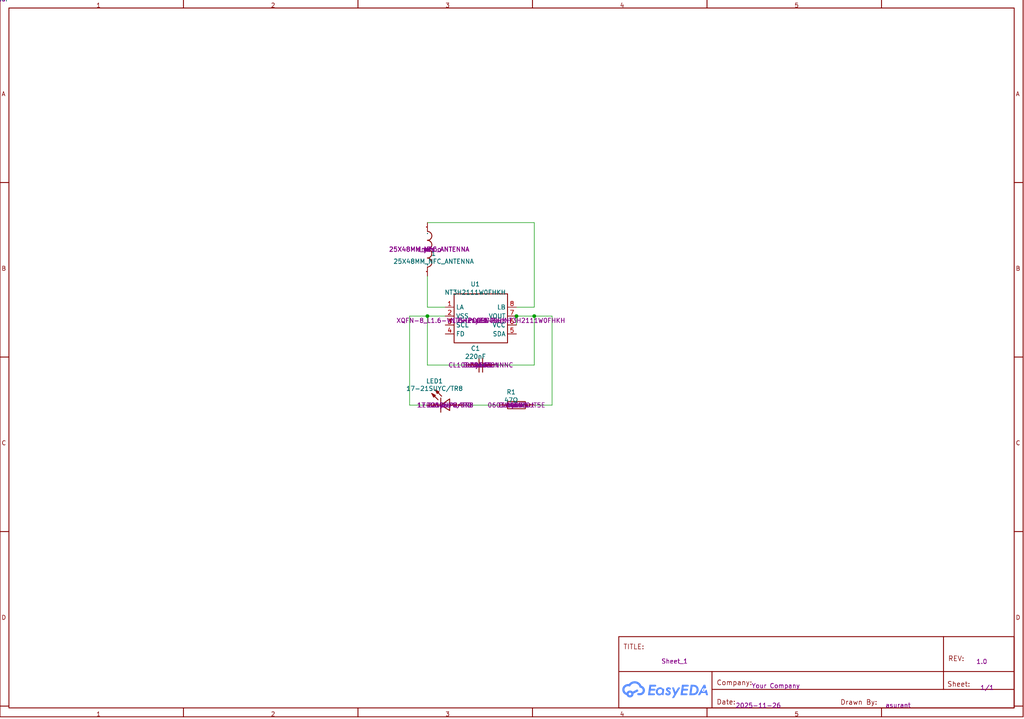
<source format=kicad_sch>
(kicad_sch
	(version 20250114)
	(generator "eeschema")
	(generator_version "9.0")
	(uuid "0832e93d-0251-491d-b686-f21b0f3446ce")
	(paper "User" 292.1 205.08)
	(lib_symbols
		(symbol "NFC_Card_S-easyedapro:17-21SUYC/TR8"
			(exclude_from_sim no)
			(in_bom yes)
			(on_board yes)
			(property "Reference" "LED"
				(at 0 0 0)
				(effects
					(font
						(size 1.27 1.27)
					)
				)
			)
			(property "Value" ""
				(at 0 0 0)
				(effects
					(font
						(size 1.27 1.27)
					)
				)
			)
			(property "Footprint" "NFC_Card_S-easyedapro:LED0805-R-RD"
				(at 0 0 0)
				(effects
					(font
						(size 1.27 1.27)
					)
					(hide yes)
				)
			)
			(property "Datasheet" ""
				(at 0 0 0)
				(effects
					(font
						(size 1.27 1.27)
					)
					(hide yes)
				)
			)
			(property "Description" ""
				(at 0 0 0)
				(effects
					(font
						(size 1.27 1.27)
					)
					(hide yes)
				)
			)
			(property "Manufacturer Part" "KT-0805黄灯"
				(at 0 0 0)
				(effects
					(font
						(size 1.27 1.27)
					)
					(hide yes)
				)
			)
			(property "Manufacturer" "KENTO"
				(at 0 0 0)
				(effects
					(font
						(size 1.27 1.27)
					)
					(hide yes)
				)
			)
			(property "Supplier Part" "C2296"
				(at 0 0 0)
				(effects
					(font
						(size 1.27 1.27)
					)
					(hide yes)
				)
			)
			(property "Supplier" "LCSC"
				(at 0 0 0)
				(effects
					(font
						(size 1.27 1.27)
					)
					(hide yes)
				)
			)
			(symbol "17-21SUYC/TR8_1_0"
				(polyline
					(pts
						(xy -3.81 3.302) (xy -2.794 2.794) (xy -2.794 2.794) (xy -3.302 2.286) (xy -3.302 2.286) (xy -3.81 3.302)
					)
					(stroke
						(width 0.254)
						(type default)
					)
					(fill
						(type none)
					)
				)
				(polyline
					(pts
						(xy -2.794 4.318) (xy -1.778 3.81) (xy -1.778 3.81) (xy -2.286 3.302) (xy -2.286 3.302) (xy -2.794 4.318)
					)
					(stroke
						(width 0.254)
						(type default)
					)
					(fill
						(type none)
					)
				)
				(polyline
					(pts
						(xy -2.032 1.524) (xy -3.81 3.302)
					)
					(stroke
						(width 0.254)
						(type default)
					)
					(fill
						(type none)
					)
				)
				(polyline
					(pts
						(xy -1.27 2.032) (xy -1.27 -2.032)
					)
					(stroke
						(width 0.254)
						(type default)
					)
					(fill
						(type none)
					)
				)
				(polyline
					(pts
						(xy -1.016 2.54) (xy -2.794 4.318)
					)
					(stroke
						(width 0.254)
						(type default)
					)
					(fill
						(type none)
					)
				)
				(polyline
					(pts
						(xy 1.27 -1.524) (xy -1.27 0) (xy -1.27 0) (xy 1.27 1.778) (xy 1.27 1.778) (xy 1.27 -1.524)
					)
					(stroke
						(width 0.254)
						(type default)
					)
					(fill
						(type none)
					)
				)
				(pin unspecified line
					(at -5.08 0 0)
					(length 3.81)
					(name "-"
						(effects
							(font
								(size 0.0254 0.0254)
							)
						)
					)
					(number "2"
						(effects
							(font
								(size 0.0254 0.0254)
							)
						)
					)
				)
				(pin unspecified line
					(at 5.08 0 180)
					(length 3.81)
					(name "+"
						(effects
							(font
								(size 0.0254 0.0254)
							)
						)
					)
					(number "1"
						(effects
							(font
								(size 0.0254 0.0254)
							)
						)
					)
				)
			)
			(embedded_fonts no)
		)
		(symbol "NFC_Card_S-easyedapro:220nF"
			(exclude_from_sim no)
			(in_bom yes)
			(on_board yes)
			(property "Reference" "C"
				(at 0 0 0)
				(effects
					(font
						(size 1.27 1.27)
					)
				)
			)
			(property "Value" ""
				(at 0 0 0)
				(effects
					(font
						(size 1.27 1.27)
					)
				)
			)
			(property "Footprint" "NFC_Card_S-easyedapro:C0603"
				(at 0 0 0)
				(effects
					(font
						(size 1.27 1.27)
					)
					(hide yes)
				)
			)
			(property "Datasheet" ""
				(at 0 0 0)
				(effects
					(font
						(size 1.27 1.27)
					)
					(hide yes)
				)
			)
			(property "Description" ""
				(at 0 0 0)
				(effects
					(font
						(size 1.27 1.27)
					)
					(hide yes)
				)
			)
			(property "Manufacturer Part" "CL10B224KA8NNNC"
				(at 0 0 0)
				(effects
					(font
						(size 1.27 1.27)
					)
					(hide yes)
				)
			)
			(property "Manufacturer" "SAMSUNG(三星)"
				(at 0 0 0)
				(effects
					(font
						(size 1.27 1.27)
					)
					(hide yes)
				)
			)
			(property "Supplier Part" "C21120"
				(at 0 0 0)
				(effects
					(font
						(size 1.27 1.27)
					)
					(hide yes)
				)
			)
			(property "Supplier" "LCSC"
				(at 0 0 0)
				(effects
					(font
						(size 1.27 1.27)
					)
					(hide yes)
				)
			)
			(symbol "220nF_1_0"
				(polyline
					(pts
						(xy -1.27 0) (xy -0.508 0)
					)
					(stroke
						(width 0.254)
						(type default)
					)
					(fill
						(type none)
					)
				)
				(polyline
					(pts
						(xy -0.508 2.032) (xy -0.508 -2.032)
					)
					(stroke
						(width 0.254)
						(type default)
					)
					(fill
						(type none)
					)
				)
				(polyline
					(pts
						(xy 0.508 2.032) (xy 0.508 -2.032)
					)
					(stroke
						(width 0.254)
						(type default)
					)
					(fill
						(type none)
					)
				)
				(polyline
					(pts
						(xy 0.508 0) (xy 1.27 0)
					)
					(stroke
						(width 0.254)
						(type default)
					)
					(fill
						(type none)
					)
				)
				(pin input line
					(at -3.81 0 0)
					(length 2.54)
					(name "1"
						(effects
							(font
								(size 0.0254 0.0254)
							)
						)
					)
					(number "1"
						(effects
							(font
								(size 0.0254 0.0254)
							)
						)
					)
				)
				(pin input line
					(at 3.81 0 180)
					(length 2.54)
					(name "2"
						(effects
							(font
								(size 0.0254 0.0254)
							)
						)
					)
					(number "2"
						(effects
							(font
								(size 0.0254 0.0254)
							)
						)
					)
				)
			)
			(embedded_fonts no)
		)
		(symbol "NFC_Card_S-easyedapro:25X48MM_NFC_ANTENNA"
			(exclude_from_sim no)
			(in_bom yes)
			(on_board yes)
			(property "Reference" ""
				(at 0 0 0)
				(effects
					(font
						(size 1.27 1.27)
					)
				)
			)
			(property "Value" ""
				(at 0 0 0)
				(effects
					(font
						(size 1.27 1.27)
					)
				)
			)
			(property "Footprint" "NFC_Card_S-easyedapro:25X48MM_NFC_ANTENNA"
				(at 0 0 0)
				(effects
					(font
						(size 1.27 1.27)
					)
					(hide yes)
				)
			)
			(property "Datasheet" ""
				(at 0 0 0)
				(effects
					(font
						(size 1.27 1.27)
					)
					(hide yes)
				)
			)
			(property "Description" ""
				(at 0 0 0)
				(effects
					(font
						(size 1.27 1.27)
					)
					(hide yes)
				)
			)
			(symbol "25X48MM_NFC_ANTENNA_1_0"
				(arc
					(start -0.508 5.1054)
					(mid 0.762 3.8354)
					(end -0.508 2.5654)
					(stroke
						(width 0.254)
						(type default)
					)
					(fill
						(type none)
					)
				)
				(arc
					(start -0.508 2.5654)
					(mid 0.762 1.2954)
					(end -0.508 0.0254)
					(stroke
						(width 0.254)
						(type default)
					)
					(fill
						(type none)
					)
				)
				(arc
					(start -0.508 -2.4892)
					(mid 0.762 -3.7592)
					(end -0.508 -5.0292)
					(stroke
						(width 0.254)
						(type default)
					)
					(fill
						(type none)
					)
				)
				(arc
					(start -0.508 0.0254)
					(mid 0.762 -1.2192)
					(end -0.508 -2.4892)
					(stroke
						(width 0.254)
						(type default)
					)
					(fill
						(type none)
					)
				)
				(pin bidirectional line
					(at -0.508 7.62 270)
					(length 2.4892)
					(name "P$1"
						(effects
							(font
								(size 0.0254 0.0254)
							)
						)
					)
					(number "P$1"
						(effects
							(font
								(size 0.0254 0.0254)
							)
						)
					)
				)
				(pin bidirectional line
					(at -0.508 -7.62 90)
					(length 2.4892)
					(name "P$2"
						(effects
							(font
								(size 0.0254 0.0254)
							)
						)
					)
					(number "P$2"
						(effects
							(font
								(size 0.0254 0.0254)
							)
						)
					)
				)
			)
			(embedded_fonts no)
		)
		(symbol "NFC_Card_S-easyedapro:47Ω"
			(exclude_from_sim no)
			(in_bom yes)
			(on_board yes)
			(property "Reference" "R"
				(at 0 0 0)
				(effects
					(font
						(size 1.27 1.27)
					)
				)
			)
			(property "Value" ""
				(at 0 0 0)
				(effects
					(font
						(size 1.27 1.27)
					)
				)
			)
			(property "Footprint" "NFC_Card_S-easyedapro:R0603"
				(at 0 0 0)
				(effects
					(font
						(size 1.27 1.27)
					)
					(hide yes)
				)
			)
			(property "Datasheet" ""
				(at 0 0 0)
				(effects
					(font
						(size 1.27 1.27)
					)
					(hide yes)
				)
			)
			(property "Description" ""
				(at 0 0 0)
				(effects
					(font
						(size 1.27 1.27)
					)
					(hide yes)
				)
			)
			(property "Manufacturer Part" "0603WAF470JT5E"
				(at 0 0 0)
				(effects
					(font
						(size 1.27 1.27)
					)
					(hide yes)
				)
			)
			(property "Manufacturer" "UNI-ROYAL(厚声)"
				(at 0 0 0)
				(effects
					(font
						(size 1.27 1.27)
					)
					(hide yes)
				)
			)
			(property "Supplier Part" "C23182"
				(at 0 0 0)
				(effects
					(font
						(size 1.27 1.27)
					)
					(hide yes)
				)
			)
			(property "Supplier" "LCSC"
				(at 0 0 0)
				(effects
					(font
						(size 1.27 1.27)
					)
					(hide yes)
				)
			)
			(symbol "47Ω_1_0"
				(rectangle
					(start -2.54 1.016)
					(end 2.54 -1.016)
					(stroke
						(width 0.254)
						(type default)
					)
					(fill
						(type none)
					)
				)
				(pin input line
					(at -5.08 0 0)
					(length 2.54)
					(name "1"
						(effects
							(font
								(size 0.0254 0.0254)
							)
						)
					)
					(number "1"
						(effects
							(font
								(size 0.0254 0.0254)
							)
						)
					)
				)
				(pin input line
					(at 5.08 0 180)
					(length 2.54)
					(name "2"
						(effects
							(font
								(size 0.0254 0.0254)
							)
						)
					)
					(number "2"
						(effects
							(font
								(size 0.0254 0.0254)
							)
						)
					)
				)
			)
			(embedded_fonts no)
		)
		(symbol "NFC_Card_S-easyedapro:A_A4"
			(exclude_from_sim no)
			(in_bom yes)
			(on_board yes)
			(property "Reference" ""
				(at 0 0 0)
				(effects
					(font
						(size 1.27 1.27)
					)
				)
			)
			(property "Value" ""
				(at 0 0 0)
				(effects
					(font
						(size 1.27 1.27)
					)
				)
			)
			(property "Footprint" "NFC_Card_S-easyedapro:"
				(at 0 0 0)
				(effects
					(font
						(size 1.27 1.27)
					)
					(hide yes)
				)
			)
			(property "Datasheet" ""
				(at 0 0 0)
				(effects
					(font
						(size 1.27 1.27)
					)
					(hide yes)
				)
			)
			(property "Description" ""
				(at 0 0 0)
				(effects
					(font
						(size 1.27 1.27)
					)
					(hide yes)
				)
			)
			(symbol "A_A4_0_0"
				(polyline
					(pts
						(xy 181.1414 -194.5805) (xy 181.2361 -194.5868) (xy 181.3301 -194.5974) (xy 181.4232 -194.6121)
						(xy 181.5153 -194.6308) (xy 181.6062 -194.6536) (xy 181.6959 -194.6804) (xy 181.7842 -194.7111)
						(xy 181.8709 -194.7456) (xy 181.9559 -194.784) (xy 182.0392 -194.8262) (xy 182.1205 -194.872)
						(xy 182.1997 -194.9215) (xy 182.2767 -194.9747) (xy 182.3513 -195.0313) (xy 182.4235 -195.0915)
						(xy 182.469 -195.1326) (xy 182.5131 -195.1747) (xy 182.5557 -195.218) (xy 182.5969 -195.2625)
						(xy 182.6366 -195.3079) (xy 182.6749 -195.3544) (xy 182.7116 -195.4019) (xy 182.7468 -195.4504)
						(xy 182.7804 -195.4998) (xy 182.8125 -195.5501) (xy 182.8431 -195.6013) (xy 182.872 -195.6534)
						(xy 182.8993 -195.7063) (xy 182.925 -195.7599) (xy 182.949 -195.8144) (xy 182.9714 -195.8695)
						(xy 183.0779 -195.9067) (xy 183.1804 -195.9518) (xy 183.2784 -196.0042) (xy 183.3716 -196.0638)
						(xy 183.4595 -196.1299) (xy 183.5418 -196.2024) (xy 183.6181 -196.2808) (xy 183.688 -196.3647)
						(xy 183.7511 -196.4537) (xy 183.8071 -196.5475) (xy 183.8555 -196.6457) (xy 183.8959 -196.7479)
						(xy 183.9281 -196.8537) (xy 183.9515 -196.9627) (xy 183.9598 -197.0183) (xy 183.9659 -197.0746)
						(xy 183.9695 -197.1315) (xy 183.9707 -197.189) (xy 183.9691 -197.2543) (xy 183.9645 -197.3192)
						(xy 183.9567 -197.3835) (xy 183.9459 -197.4472) (xy 183.9321 -197.5101) (xy 183.9153 -197.5722)
						(xy 183.8956 -197.6334) (xy 183.873 -197.6936) (xy 183.8475 -197.7528) (xy 183.8192 -197.8107)
						(xy 183.7882 -197.8674) (xy 183.7544 -197.9228) (xy 183.718 -197.9767) (xy 183.6788 -198.0292)
						(xy 183.6371 -198.08) (xy 183.5927 -198.1291) (xy 183.5464 -198.1759) (xy 183.4981 -198.2203)
						(xy 183.4479 -198.2623) (xy 183.396 -198.3019) (xy 183.3423 -198.339) (xy 183.2871 -198.3735)
						(xy 183.2304 -198.4055) (xy 183.1722 -198.4348) (xy 183.1128 -198.4615) (xy 183.0521 -198.4855)
						(xy 182.9902 -198.5068) (xy 182.9273 -198.5253) (xy 182.8634 -198.541) (xy 182.7986 -198.5539)
						(xy 182.7331 -198.5639) (xy 182.6668 -198.5709) (xy 182.6393 -198.5739) (xy 182.6117 -198.5739)
						(xy 182.0684 -198.5739) (xy 182.0684 -198.5709) (xy 182.0532 -198.5693) (xy 182.0382 -198.567)
						(xy 182.0234 -198.5641) (xy 182.0089 -198.5605) (xy 181.9946 -198.5563) (xy 181.9807 -198.5514)
						(xy 181.967 -198.546) (xy 181.9537 -198.54) (xy 181.9407 -198.5334) (xy 181.9281 -198.5262) (xy 181.9158 -198.5185)
						(xy 181.904 -198.5104) (xy 181.8926 -198.5017) (xy 181.8815 -198.4925) (xy 181.871 -198.4828)
						(xy 181.8609 -198.4727) (xy 181.8513 -198.4622) (xy 181.8421 -198.4512) (xy 181.8335 -198.4399)
						(xy 181.8254 -198.4281) (xy 181.8179 -198.416) (xy 181.811 -198.4036) (xy 181.8046 -198.3908)
						(xy 181.7988 -198.3776) (xy 181.7936 -198.3642) (xy 181.7891 -198.3505) (xy 181.7852 -198.3365)
						(xy 181.782 -198.3222) (xy 181.7794 -198.3077) (xy 181.7776 -198.293) (xy 181.7765 -198.2781)
						(xy 181.7761 -198.263) (xy 181.7766 -198.2471) (xy 181.7778 -198.2313) (xy 181.7798 -198.2158)
						(xy 181.7826 -198.2006) (xy 181.7861 -198.1856) (xy 181.7904 -198.1709) (xy 181.7954 -198.1565)
						(xy 181.8011 -198.1425) (xy 181.8075 -198.1288) (xy 181.8145 -198.1154) (xy 181.8222 -198.1025)
						(xy 181.8305 -198.0899) (xy 181.8393 -198.0778) (xy 181.8488 -198.0661) (xy 181.8588 -198.0549)
						(xy 181.8693 -198.0441) (xy 181.8804 -198.0339) (xy 181.8919 -198.0242) (xy 181.9039 -198.015)
						(xy 181.9164 -198.0064) (xy 181.9293 -197.9983) (xy 181.9426 -197.9909) (xy 181.9564 -197.9841)
						(xy 181.9705 -197.9779) (xy 181.9849 -197.9723) (xy 181.9997 -197.9675) (xy 182.0148 -197.9633)
						(xy 182.0303 -197.9599) (xy 182.0459 -197.9571) (xy 182.0619 -197.9552) (xy 182.0781 -197.954)
						(xy 182.0945 -197.9536) (xy 182.1025 -197.9537) (xy 182.1105 -197.9539) (xy 182.1185 -197.9543)
						(xy 182.1264 -197.9549) (xy 182.1343 -197.9557) (xy 182.142 -197.9567) (xy 182.1497 -197.958)
						(xy 182.1572 -197.9595) (xy 182.6117 -197.9595) (xy 182.6496 -197.9555) (xy 182.687 -197.9497)
						(xy 182.7237 -197.9422) (xy 182.7598 -197.9332) (xy 182.7953 -197.9226) (xy 182.83 -197.9104)
						(xy 182.8639 -197.8967) (xy 182.8971 -197.8816) (xy 182.9293 -197.8651) (xy 182.9607 -197.8471)
						(xy 182.9912 -197.8279) (xy 183.0206 -197.8074) (xy 183.0491 -197.7856) (xy 183.0765 -197.7626)
						(xy 183.1027 -197.7384) (xy 183.1279 -197.7132) (xy 183.1518 -197.6868) (xy 183.1745 -197.6594)
						(xy 183.1959 -197.631) (xy 183.216 -197.6016) (xy 183.2347 -197.5713) (xy 183.2521 -197.5401)
						(xy 183.2679 -197.5081) (xy 183.2823 -197.4753) (xy 183.2952 -197.4417) (xy 183.3065 -197.4074)
						(xy 183.3161 -197.3724) (xy 183.3241 -197.3369) (xy 183.3304 -197.3007) (xy 183.335 -197.2639)
						(xy 183.3377 -197.2267) (xy 183.3387 -197.189) (xy 183.3376 -197.1492) (xy 183.3346 -197.1099)
						(xy 183.3295 -197.0712) (xy 183.3225 -197.0332) (xy 183.3136 -196.9958) (xy 183.3029 -196.9591)
						(xy 183.2903 -196.9231) (xy 183.2761 -196.888) (xy 183.2601 -196.8537) (xy 183.2426 -196.8204)
						(xy 183.2234 -196.788) (xy 183.2027 -196.7566) (xy 183.1805 -196.7263) (xy 183.1569 -196.6971)
						(xy 183.1318 -196.669) (xy 183.1055 -196.6421) (xy 183.0778 -196.6165) (xy 183.0489 -196.5922)
						(xy 183.0189 -196.5692) (xy 182.9877 -196.5476) (xy 182.9554 -196.5275) (xy 182.9221 -196.5089)
						(xy 182.8878 -196.4918) (xy 182.8525 -196.4763) (xy 182.8164 -196.4624) (xy 182.7794 -196.4502)
						(xy 182.7417 -196.4398) (xy 182.7032 -196.4312) (xy 182.664 -196.4244) (xy 182.6242 -196.4194)
						(xy 182.5838 -196.4165) (xy 182.5429 -196.4154) (xy 182.5331 -196.4155) (xy 182.5234 -196.4157)
						(xy 182.5136 -196.4161) (xy 182.5038 -196.4166) (xy 182.4941 -196.4172) (xy 182.4843 -196.418)
						(xy 182.4746 -196.4189) (xy 182.4648 -196.4199) (xy 182.4557 -196.3555) (xy 182.4436 -196.2921)
						(xy 182.4286 -196.2297) (xy 182.4107 -196.1685) (xy 182.3901 -196.1084) (xy 182.3667 -196.0495)
						(xy 182.3408 -195.992) (xy 182.3122 -195.9359) (xy 182.2812 -195.8812) (xy 182.2478 -195.8281)
						(xy 182.212 -195.7765) (xy 182.174 -195.7267) (xy 182.1337 -195.6786) (xy 182.0914 -195.6323)
						(xy 182.0469 -195.5879) (xy 182.0005 -195.5454) (xy 181.9522 -195.505) (xy 181.902 -195.4667)
						(xy 181.8501 -195.4305) (xy 181.7964 -195.3966) (xy 181.7412 -195.3649) (xy 181.6843 -195.3357)
						(xy 181.626 -195.3089) (xy 181.5663 -195.2847) (xy 181.5052 -195.263) (xy 181.4429 -195.244) (xy 181.3794 -195.2277)
						(xy 181.3147 -195.2142) (xy 181.249 -195.2036) (xy 181.1822 -195.1959) (xy 181.1146 -195.1913)
						(xy 181.0461 -195.1897) (xy 180.9873 -195.1909) (xy 180.9291 -195.1943) (xy 180.8715 -195.2) (xy 180.8146 -195.2079)
						(xy 180.7585 -195.218) (xy 180.7031 -195.2301) (xy 180.6486 -195.2444) (xy 180.595 -195.2606)
						(xy 180.5423 -195.2788) (xy 180.4905 -195.299) (xy 180.4398 -195.3211) (xy 180.3901 -195.3449)
						(xy 180.3416 -195.3706) (xy 180.2942 -195.3981) (xy 180.248 -195.4272) (xy 180.2031 -195.458)
						(xy 180.1594 -195.4904) (xy 180.1171 -195.5244) (xy 180.0762 -195.56) (xy 180.0368 -195.597) (xy 179.9988 -195.6354)
						(xy 179.9623 -195.6752) (xy 179.9274 -195.7164) (xy 179.8941 -195.7589) (xy 179.8625 -195.8026)
						(xy 179.8326 -195.8476) (xy 179.8045 -195.8937) (xy 179.7781 -195.941) (xy 179.7536 -195.9893)
						(xy 179.731 -196.0386) (xy 179.7104 -196.089) (xy 179.6917 -196.1403) (xy 179.6621 -196.1229)
						(xy 179.6319 -196.1065) (xy 179.601 -196.091) (xy 179.5695 -196.0766) (xy 179.5374 -196.0632)
						(xy 179.5048 -196.0509) (xy 179.4716 -196.0396) (xy 179.4379 -196.0294) (xy 179.4037 -196.0204)
						(xy 179.3691 -196.0124) (xy 179.334 -196.0057) (xy 179.2986 -196.0001) (xy 179.2627 -195.9957)
						(xy 179.2265 -195.9926) (xy 179.1899 -195.9906) (xy 179.153 -195.99) (xy 179.1007 -195.9913) (xy 179.0491 -195.9951)
						(xy 178.9982 -196.0014) (xy 178.9481 -196.0101) (xy 178.8989 -196.0212) (xy 178.8507 -196.0345)
						(xy 178.8035 -196.0501) (xy 178.7573 -196.0678) (xy 178.7123 -196.0876) (xy 178.6685 -196.1094)
						(xy 178.6259 -196.1333) (xy 178.5847 -196.159) (xy 178.5449 -196.1865) (xy 178.5065 -196.2159)
						(xy 178.4696 -196.247) (xy 178.4343 -196.2797) (xy 178.4007 -196.314) (xy 178.3688 -196.3499)
						(xy 178.3386 -196.3872) (xy 178.3103 -196.426) (xy 178.2839 -196.466) (xy 178.2594 -196.5074)
						(xy 178.237 -196.55) (xy 178.2167 -196.5937) (xy 178.1985 -196.6386) (xy 178.1825 -196.6844) (xy 178.1688 -196.7312)
						(xy 178.1575 -196.779) (xy 178.1486 -196.8276) (xy 178.1421 -196.8769) (xy 178.1382 -196.927)
						(xy 178.1369 -196.9777) (xy 178.1376 -197.0155) (xy 178.1398 -197.0529) (xy 178.1434 -197.0899)
						(xy 178.1484 -197.1265) (xy 178.1547 -197.1626) (xy 178.1624 -197.1983) (xy 178.1714 -197.2335)
						(xy 178.1817 -197.2682) (xy 178.1932 -197.3024) (xy 178.206 -197.3359) (xy 178.22 -197.3689) (xy 178.2352 -197.4013)
						(xy 178.2515 -197.4331) (xy 178.2689 -197.4642) (xy 178.2875 -197.4945) (xy 178.3071 -197.5242)
						(xy 178.3278 -197.5532) (xy 178.3495 -197.5814) (xy 178.3722 -197.6088) (xy 178.3959 -197.6354)
						(xy 178.4205 -197.6611) (xy 178.446 -197.686) (xy 178.4724 -197.71) (xy 178.4997 -197.7331) (xy 178.5278 -197.7553)
						(xy 178.5568 -197.7765) (xy 178.5865 -197.7967) (xy 178.617 -197.8159) (xy 178.6482 -197.8341)
						(xy 178.6801 -197.8512) (xy 178.7127 -197.8673) (xy 178.746 -197.8822) (xy 178.7751 -197.8121)
						(xy 178.8094 -197.7447) (xy 178.8487 -197.6804) (xy 178.8928 -197.6193) (xy 178.9414 -197.5616)
						(xy 178.9942 -197.5077) (xy 179.051 -197.4578) (xy 179.1115 -197.4121) (xy 179.1756 -197.3709)
						(xy 179.2429 -197.3343) (xy 179.3132 -197.3028) (xy 179.3862 -197.2764) (xy 179.4618 -197.2554)
						(xy 179.5396 -197.2402) (xy 179.6194 -197.2308) (xy 179.6599 -197.2284) (xy 179.7009 -197.2277)
						(xy 179.7574 -197.2292) (xy 179.813 -197.2336) (xy 179.8678 -197.2409) (xy 179.9216 -197.2511)
						(xy 179.9743 -197.2639) (xy 180.0259 -197.2794) (xy 180.0763 -197.2975) (xy 180.1254 -197.318)
						(xy 180.1731 -197.341) (xy 180.2194 -197.3662) (xy 180.2641 -197.3938) (xy 180.3072 -197.4235)
						(xy 180.3485 -197.4552) (xy 180.3881 -197.489) (xy 180.4258 -197.5248) (xy 180.4615 -197.5624)
						(xy 181.8205 -196.8692) (xy 182.1312 -197.3928) (xy 180.7095 -198.1187) (xy 180.7105 -198.1305)
						(xy 180.7115 -198.1424) (xy 180.7123 -198.1543) (xy 180.7129 -198.1663) (xy 180.7134 -198.1783)
						(xy 180.7138 -198.1902) (xy 180.714 -198.2021) (xy 180.714 -198.2139) (xy 180.7127 -198.2645)
						(xy 180.7088 -198.3144) (xy 180.7023 -198.3637) (xy 180.6934 -198.4121) (xy 180.6821 -198.4597)
						(xy 180.6684 -198.5064) (xy 180.6525 -198.5521) (xy 180.6343 -198.5968) (xy 180.614 -198.6404)
						(xy 180.5916 -198.6829) (xy 180.5672 -198.7241) (xy 180.5408 -198.7641) (xy 180.5125 -198.8027)
						(xy 180.4824 -198.8399) (xy 180.4505 -198.8757) (xy 180.417 -198.9099) (xy 180.3818 -198.9425)
						(xy 180.345 -198.9735) (xy 180.3067 -199.0028) (xy 180.267 -199.0302) (xy 180.2258 -199.0559)
						(xy 180.1834 -199.0796) (xy 180.1397 -199.1014) (xy 180.0949 -199.1211) (xy 180.0489 -199.1388)
						(xy 180.0018 -199.1543) (xy 179.9538 -199.1676) (xy 179.9048 -199.1786) (xy 179.855 -199.1873)
						(xy 179.8044 -199.1936) (xy 179.753 -199.1974) (xy 179.7009 -199.1987) (xy 179.6594 -199.1978)
						(xy 179.6182 -199.1954) (xy 179.5776 -199.1914) (xy 179.5374 -199.1858) (xy 179.4977 -199.1787)
						(xy 179.4585 -199.1701) (xy 179.42 -199.1601) (xy 179.3821 -199.1486) (xy 179.3448 -199.1358)
						(xy 179.3082 -199.1216) (xy 179.2723 -199.106) (xy 179.2371 -199.0892) (xy 179.2028 -199.071)
						(xy 179.1692 -199.0517) (xy 179.1365 -199.0311) (xy 179.1046 -199.0094) (xy 179.0737 -198.9865)
						(xy 179.0437 -198.9625) (xy 179.0147 -198.9374) (xy 178.9867 -198.9113) (xy 178.9598 -198.8842)
						(xy 178.9339 -198.8561) (xy 178.9091 -198.827) (xy 178.8855 -198.797) (xy 178.863 -198.7661) (xy 178.8418 -198.7344)
						(xy 178.8218 -198.7019) (xy 178.803 -198.6685) (xy 178.7856 -198.6344) (xy 178.7694 -198.5995)
						(xy 178.7547 -198.564) (xy 178.7414 -198.5278) (xy 178.6835 -198.5122) (xy 178.6263 -198.4947)
						(xy 178.5699 -198.4751) (xy 178.5144 -198.4536) (xy 178.4597 -198.4301) (xy 178.406 -198.4047)
						(xy 178.3533 -198.3775) (xy 178.3016 -198.3483) (xy 178.251 -198.3174) (xy 178.2015 -198.2846)
						(xy 178.1533 -198.2501) (xy 178.1064 -198.2139) (xy 179.3091 -198.2139) (xy 179.3097 -198.2334)
						(xy 179.3112 -198.2527) (xy 179.3137 -198.2718) (xy 179.3171 -198.2905) (xy 179.3215 -198.3089)
						(xy 179.3268 -198.3269) (xy 179.333 -198.3446) (xy 179.34 -198.3619) (xy 179.3479 -198.3788) (xy 179.3566 -198.3952)
						(xy 179.366 -198.4111) (xy 179.3762 -198.4266) (xy 179.3872 -198.4415) (xy 179.3988 -198.4559)
						(xy 179.4111 -198.4697) (xy 179.4241 -198.483) (xy 179.4377 -198.4956) (xy 179.452 -198.5076)
						(xy 179.4668 -198.5189) (xy 179.4821 -198.5295) (xy 179.498 -198.5395) (xy 179.5144 -198.5486)
						(xy 179.5313 -198.5571) (xy 179.5487 -198.5647) (xy 179.5665 -198.5715) (xy 179.5846 -198.5775)
						(xy 179.6032 -198.5827) (xy 179.6221 -198.587) (xy 179.6414 -198.5903) (xy 179.661 -198.5927)
						(xy 179.6808 -198.5942) (xy 179.7009 -198.5947) (xy 179.721 -198.5942) (xy 179.7409 -198.5927)
						(xy 179.7605 -198.5903) (xy 179.7797 -198.587) (xy 179.7986 -198.5827) (xy 179.8172 -198.5775)
						(xy 179.8354 -198.5715) (xy 179.8532 -198.5647) (xy 179.8705 -198.5571) (xy 179.8874 -198.5486)
						(xy 179.9038 -198.5395) (xy 179.9197 -198.5295) (xy 179.9351 -198.5189) (xy 179.9499 -198.5076)
						(xy 179.9641 -198.4956) (xy 179.9777 -198.483) (xy 179.9907 -198.4697) (xy 180.0031 -198.4559)
						(xy 180.0147 -198.4415) (xy 180.0256 -198.4266) (xy 180.0359 -198.4111) (xy 180.0453 -198.3952)
						(xy 180.054 -198.3788) (xy 180.0618 -198.3619) (xy 180.0689 -198.3446) (xy 180.075 -198.3269)
						(xy 180.0803 -198.3089) (xy 180.0847 -198.2905) (xy 180.0882 -198.2718) (xy 180.0907 -198.2527)
						(xy 180.0922 -198.2334) (xy 180.0927 -198.2139) (xy 180.0922 -198.1944) (xy 180.0907 -198.1751)
						(xy 180.0882 -198.156) (xy 180.0847 -198.1373) (xy 180.0803 -198.1189) (xy 180.075 -198.1009)
						(xy 180.0689 -198.0832) (xy 180.0618 -198.0659) (xy 180.054 -198.0491) (xy 180.0453 -198.0326)
						(xy 180.0359 -198.0167) (xy 180.0256 -198.0012) (xy 180.0147 -197.9863) (xy 180.0031 -197.9719)
						(xy 179.9907 -197.9581) (xy 179.9777 -197.9448) (xy 179.9641 -197.9322) (xy 179.9499 -197.9202)
						(xy 179.9351 -197.9089) (xy 179.9197 -197.8983) (xy 179.9038 -197.8884) (xy 179.8874 -197.8792)
						(xy 179.8705 -197.8707) (xy 179.8532 -197.8631) (xy 179.8354 -197.8563) (xy 179.8172 -197.8503)
						(xy 179.7986 -197.8451) (xy 179.7797 -197.8408) (xy 179.7605 -197.8375) (xy 179.7409 -197.8351)
						(xy 179.721 -197.8336) (xy 179.7009 -197.8331) (xy 179.6808 -197.8336) (xy 179.661 -197.8351)
						(xy 179.6414 -197.8375) (xy 179.6221 -197.8408) (xy 179.6032 -197.8451) (xy 179.5846 -197.8503)
						(xy 179.5665 -197.8563) (xy 179.5487 -197.8631) (xy 179.5313 -197.8707) (xy 179.5144 -197.8792)
						(xy 179.498 -197.8884) (xy 179.4821 -197.8983) (xy 179.4668 -197.9089) (xy 179.452 -197.9202)
						(xy 179.4377 -197.9322) (xy 179.4241 -197.9448) (xy 179.4111 -197.9581) (xy 179.3988 -197.9719)
						(xy 179.3872 -197.9863) (xy 179.3762 -198.0012) (xy 179.366 -198.0167) (xy 179.3566 -198.0326)
						(xy 179.3479 -198.0491) (xy 179.34 -198.0659) (xy 179.333 -198.0832) (xy 179.3268 -198.1009) (xy 179.3215 -198.1189)
						(xy 179.3171 -198.1373) (xy 179.3137 -198.156) (xy 179.3112 -198.1751) (xy 179.3097 -198.1944)
						(xy 179.3091 -198.2139) (xy 178.1064 -198.2139) (xy 178.1063 -198.2138) (xy 178.0606 -198.1758)
						(xy 178.0162 -198.1361) (xy 177.9733 -198.0947) (xy 177.9318 -198.0518) (xy 177.8819 -197.9955)
						(xy 177.8349 -197.9374) (xy 177.7908 -197.8774) (xy 177.7497 -197.8158) (xy 177.7117 -197.7525)
						(xy 177.6768 -197.6877) (xy 177.645 -197.6215) (xy 177.6163 -197.554) (xy 177.5909 -197.4853)
						(xy 177.5687 -197.4155) (xy 177.5498 -197.3447) (xy 177.5343 -197.273) (xy 177.5221 -197.2005)
						(xy 177.5134 -197.1273) (xy 177.5081 -197.0535) (xy 177.5063 -196.9792) (xy 177.5083 -196.8992)
						(xy 177.5143 -196.82) (xy 177.5242 -196.7416) (xy 177.538 -196.6641) (xy 177.5556 -196.5877) (xy 177.577 -196.5124)
						(xy 177.6021 -196.4384) (xy 177.6309 -196.3658) (xy 177.6633 -196.2947) (xy 177.6994 -196.2251)
						(xy 177.7389 -196.1573) (xy 177.782 -196.0912) (xy 177.8286 -196.0271) (xy 177.8785 -195.965)
						(xy 177.9318 -195.905) (xy 177.9884 -195.8472) (xy 178.0479 -195.7922) (xy 178.1096 -195.7404)
						(xy 178.1736 -195.6918) (xy 178.2397 -195.6466) (xy 178.3077 -195.6047) (xy 178.3776 -195.5662)
						(xy 178.4493 -195.5312) (xy 178.5225 -195.4997) (xy 178.5973 -195.4717) (xy 178.6734 -195.4473)
						(xy 178.7509 -195.4265) (xy 178.8295 -195.4094) (xy 178.9091 -195.396) (xy 178.9896 -195.3864)
						(xy 179.071 -195.3806) (xy 179.153 -195.3786) (xy 179.1828 -195.3789) (xy 179.2124 -195.3797)
						(xy 179.2419 -195.3811) (xy 179.2713 -195.3829) (xy 179.3005 -195.3852) (xy 179.3295 -195.388)
						(xy 179.3584 -195.3913) (xy 179.3872 -195.395) (xy 179.4105 -195.3645) (xy 179.4343 -195.3345)
						(xy 179.4588 -195.305) (xy 179.4838 -195.2759) (xy 179.5095 -195.2473) (xy 179.5357 -195.2192)
						(xy 179.5626 -195.1916) (xy 179.59 -195.1644) (xy 179.6179 -195.1377) (xy 179.6465 -195.1116)
						(xy 179.6756 -195.0859) (xy 179.7053 -195.0607) (xy 179.7355 -195.036) (xy 179.7663 -195.0119)
						(xy 179.7976 -194.9882) (xy 179.8295 -194.9651) (xy 179.8968 -194.9191) (xy 179.9656 -194.8759)
						(xy 180.0358 -194.8355) (xy 180.1074 -194.798) (xy 180.1802 -194.7633) (xy 180.2543 -194.7316)
						(xy 180.3294 -194.7028) (xy 180.4057 -194.6769) (xy 180.4829 -194.6539) (xy 180.5611 -194.634)
						(xy 180.6402 -194.6171) (xy 180.72 -194.6032) (xy 180.8006 -194.5923) (xy 180.8819 -194.5846)
						(xy 180.9637 -194.5799) (xy 181.0461 -194.5783) (xy 181.1414 -194.5805)
					)
					(stroke
						(width -0.0001)
						(type solid)
					)
					(fill
						(type color)
						(color 85 136 255 1)
					)
				)
				(polyline
					(pts
						(xy 186.9292 -195.5783) (xy 186.943 -195.5793) (xy 186.9566 -195.581) (xy 186.97 -195.5834) (xy 186.9831 -195.5863)
						(xy 186.996 -195.5899) (xy 187.0087 -195.5941) (xy 187.021 -195.5988) (xy 187.0331 -195.6041)
						(xy 187.0448 -195.61) (xy 187.0562 -195.6164) (xy 187.0673 -195.6233) (xy 187.078 -195.6307) (xy 187.0883 -195.6386)
						(xy 187.0982 -195.6469) (xy 187.1076 -195.6557) (xy 187.1167 -195.6649) (xy 187.1252 -195.6745)
						(xy 187.1333 -195.6845) (xy 187.141 -195.6949) (xy 187.1481 -195.7056) (xy 187.1546 -195.7167)
						(xy 187.1607 -195.7281) (xy 187.1661 -195.7399) (xy 187.171 -195.7519) (xy 187.1753 -195.7642)
						(xy 187.179 -195.7767) (xy 187.182 -195.7895) (xy 187.1845 -195.8025) (xy 187.1862 -195.8157)
						(xy 187.1872 -195.8292) (xy 187.1876 -195.8427) (xy 187.1872 -195.8563) (xy 187.1862 -195.8697)
						(xy 187.1845 -195.883) (xy 187.182 -195.896) (xy 187.179 -195.9088) (xy 187.1753 -195.9213) (xy 187.171 -195.9336)
						(xy 187.1661 -195.9456) (xy 187.1607 -195.9573) (xy 187.1546 -195.9687) (xy 187.1481 -195.9798)
						(xy 187.141 -195.9906) (xy 187.1333 -196.001) (xy 187.1252 -196.011) (xy 187.1167 -196.0206) (xy 187.1076 -196.0298)
						(xy 187.0982 -196.0386) (xy 187.0883 -196.0469) (xy 187.078 -196.0548) (xy 187.0673 -196.0622)
						(xy 187.0562 -196.0691) (xy 187.0448 -196.0755) (xy 187.0331 -196.0813) (xy 187.021 -196.0867)
						(xy 187.0087 -196.0914) (xy 186.996 -196.0956) (xy 186.9831 -196.0992) (xy 186.97 -196.1021) (xy 186.9566 -196.1045)
						(xy 186.943 -196.1062) (xy 186.9292 -196.1072) (xy 186.9152 -196.1075) (xy 185.7659 -196.109)
						(xy 185.6771 -196.7293) (xy 186.7545 -196.7293) (xy 186.7665 -196.7315) (xy 186.7782 -196.7342)
						(xy 186.7898 -196.7374) (xy 186.8011 -196.7411) (xy 186.8123 -196.7453) (xy 186.8231 -196.7499)
						(xy 186.8337 -196.7549) (xy 186.8441 -196.7604) (xy 186.8541 -196.7663) (xy 186.8639 -196.7726)
						(xy 186.8734 -196.7793) (xy 186.8825 -196.7864) (xy 186.8913 -196.7939) (xy 186.8998 -196.8017)
						(xy 186.9079 -196.8099) (xy 186.9156 -196.8184) (xy 186.9229 -196.8272) (xy 186.9299 -196.8364)
						(xy 186.9364 -196.8459) (xy 186.9425 -196.8556) (xy 186.9481 -196.8656) (xy 186.9534 -196.8759)
						(xy 186.9581 -196.8865) (xy 186.9624 -196.8973) (xy 186.9662 -196.9083) (xy 186.9695 -196.9196)
						(xy 186.9722 -196.9311) (xy 186.9745 -196.9427) (xy 186.9762 -196.9546) (xy 186.9773 -196.9666)
						(xy 186.9779 -196.9788) (xy 186.9779 -196.9911) (xy 186.9776 -197.0047) (xy 186.9765 -197.0181)
						(xy 186.9748 -197.0314) (xy 186.9724 -197.0444) (xy 186.9693 -197.0572) (xy 186.9657 -197.0697)
						(xy 186.9614 -197.082) (xy 186.9565 -197.094) (xy 186.951 -197.1057) (xy 186.945 -197.1171) (xy 186.9384 -197.1282)
						(xy 186.9313 -197.139) (xy 186.9237 -197.1494) (xy 186.9156 -197.1594) (xy 186.907 -197.169) (xy 186.898 -197.1782)
						(xy 186.8885 -197.187) (xy 186.8786 -197.1953) (xy 186.8683 -197.2032) (xy 186.8576 -197.2106)
						(xy 186.8466 -197.2175) (xy 186.8352 -197.2239) (xy 186.8234 -197.2297) (xy 186.8114 -197.235)
						(xy 186.799 -197.2398) (xy 186.7864 -197.244) (xy 186.7735 -197.2476) (xy 186.7603 -197.2505)
						(xy 186.7469 -197.2529) (xy 186.7333 -197.2545) (xy 186.7195 -197.2556) (xy 186.7055 -197.2559)
						(xy 185.5991 -197.2544) (xy 185.4858 -198.0473) (xy 186.5601 -198.0458) (xy 186.574 -198.0461)
						(xy 186.5876 -198.0472) (xy 186.6011 -198.0488) (xy 186.6143 -198.0511) (xy 186.6274 -198.0541)
						(xy 186.6401 -198.0576) (xy 186.6526 -198.0617) (xy 186.6649 -198.0664) (xy 186.6768 -198.0717)
						(xy 186.6884 -198.0775) (xy 186.6997 -198.0838) (xy 186.7106 -198.0906) (xy 186.7212 -198.0979)
						(xy 186.7313 -198.1057) (xy 186.7411 -198.1139) (xy 186.7505 -198.1226) (xy 186.7594 -198.1317)
						(xy 186.7679 -198.1412) (xy 186.7759 -198.1511) (xy 186.7834 -198.1614) (xy 186.7904 -198.172)
						(xy 186.7969 -198.183) (xy 186.8029 -198.1942) (xy 186.8083 -198.2058) (xy 186.8131 -198.2177)
						(xy 186.8174 -198.2299) (xy 186.821 -198.2423) (xy 186.824 -198.2549) (xy 186.8264 -198.2678)
						(xy 186.8281 -198.2809) (xy 186.8291 -198.2942) (xy 186.8295 -198.3076) (xy 186.8291 -198.3208)
						(xy 186.8281 -198.3338) (xy 186.8265 -198.3466) (xy 186.8241 -198.3593) (xy 186.8212 -198.3717)
						(xy 186.8177 -198.3839) (xy 186.8135 -198.3958) (xy 186.8088 -198.4075) (xy 186.8035 -198.4189)
						(xy 186.7977 -198.43) (xy 186.7914 -198.4408) (xy 186.7845 -198.4513) (xy 186.7772 -198.4614)
						(xy 186.7694 -198.4712) (xy 186.7611 -198.4806) (xy 186.7524 -198.4897) (xy 186.7433 -198.4983)
						(xy 186.7337 -198.5065) (xy 186.7238 -198.5142) (xy 186.7134 -198.5215) (xy 186.7028 -198.5284)
						(xy 186.6917 -198.5347) (xy 186.6804 -198.5406) (xy 186.6687 -198.5459) (xy 186.6568 -198.5507)
						(xy 186.6445 -198.5549) (xy 186.6321 -198.5586) (xy 186.6193 -198.5617) (xy 186.6064 -198.5642)
						(xy 186.5932 -198.5661) (xy 186.5798 -198.5673) (xy 186.5663 -198.5679) (xy 184.8339 -198.5679)
						(xy 185.2562 -195.578) (xy 186.9152 -195.578) (xy 186.9292 -195.5783)
					)
					(stroke
						(width -0.0001)
						(type solid)
					)
					(fill
						(type color)
						(color 85 136 255 1)
					)
				)
				(polyline
					(pts
						(xy 188.3271 -196.3028) (xy 188.355 -196.3039) (xy 188.3836 -196.3057) (xy 188.4129 -196.3083)
						(xy 188.4425 -196.3115) (xy 188.4725 -196.3156) (xy 188.5025 -196.3203) (xy 188.5324 -196.3258)
						(xy 188.5621 -196.332) (xy 188.5914 -196.339) (xy 188.6201 -196.3467) (xy 188.648 -196.3551) (xy 188.675 -196.3643)
						(xy 188.7008 -196.3741) (xy 188.7254 -196.3848) (xy 188.7486 -196.3961) (xy 188.7705 -196.4082)
						(xy 188.7919 -196.4209) (xy 188.8128 -196.4342) (xy 188.8333 -196.4483) (xy 188.8532 -196.463)
						(xy 188.8728 -196.4784) (xy 188.8918 -196.4945) (xy 188.9104 -196.5112) (xy 188.9286 -196.5286)
						(xy 188.9462 -196.5467) (xy 188.9634 -196.5655) (xy 188.9802 -196.585) (xy 188.9964 -196.6052)
						(xy 189.0122 -196.626) (xy 189.0276 -196.6476) (xy 189.0424 -196.6698) (xy 189.0623 -196.7055)
						(xy 189.2536 -196.7055) (xy 189.2646 -196.7059) (xy 189.2754 -196.7068) (xy 189.2861 -196.7083)
						(xy 189.2966 -196.7102) (xy 189.3069 -196.7126) (xy 189.317 -196.7155) (xy 189.3269 -196.7188)
						(xy 189.3366 -196.7226) (xy 189.346 -196.7268) (xy 189.3552 -196.7314) (xy 189.3641 -196.7364)
						(xy 189.3727 -196.7419) (xy 189.3811 -196.7477) (xy 189.3891 -196.7538) (xy 189.3968 -196.7604)
						(xy 189.4042 -196.7673) (xy 189.4112 -196.7745) (xy 189.4179 -196.782) (xy 189.4242 -196.7898)
						(xy 189.4301 -196.7979) (xy 189.4356 -196.8063) (xy 189.4408 -196.815) (xy 189.4454 -196.824)
						(xy 189.4497 -196.8331) (xy 189.4535 -196.8425) (xy 189.4568 -196.8522) (xy 189.4597 -196.862)
						(xy 189.462 -196.872) (xy 189.4639 -196.8822) (xy 189.4653 -196.8926) (xy 189.4661 -196.9031)
						(xy 189.4664 -196.9138) (xy 189.4694 -196.9138) (xy 189.2751 -198.504) (xy 189.2674 -198.5679)
						(xy 189.2123 -198.5679) (xy 189.19 -198.5661) (xy 189.168 -198.5635) (xy 189.1462 -198.5601) (xy 189.1247 -198.5558)
						(xy 189.1035 -198.5508) (xy 189.0825 -198.5451) (xy 189.0619 -198.5385) (xy 189.0417 -198.5313)
						(xy 189.0218 -198.5234) (xy 189.0022 -198.5147) (xy 188.9831 -198.5054) (xy 188.9644 -198.4954)
						(xy 188.9461 -198.4847) (xy 188.9283 -198.4734) (xy 188.9109 -198.4615) (xy 188.894 -198.4489)
						(xy 188.8921 -198.4478) (xy 188.8874 -198.4442) (xy 188.8709 -198.431) (xy 188.8215 -198.39) (xy 188.7501 -198.3299)
						(xy 188.7276 -198.3502) (xy 188.7052 -198.3696) (xy 188.6829 -198.3883) (xy 188.6609 -198.4061)
						(xy 188.639 -198.4232) (xy 188.6173 -198.4394) (xy 188.5958 -198.4549) (xy 188.5745 -198.4696)
						(xy 188.5534 -198.4835) (xy 188.5324 -198.4966) (xy 188.5116 -198.5089) (xy 188.491 -198.5205)
						(xy 188.4706 -198.5313) (xy 188.4503 -198.5413) (xy 188.4303 -198.5505) (xy 188.4104 -198.559)
						(xy 188.3904 -198.5671) (xy 188.3702 -198.5746) (xy 188.3497 -198.5816) (xy 188.3289 -198.5881)
						(xy 188.3078 -198.594) (xy 188.2863 -198.5993) (xy 188.2646 -198.6042) (xy 188.2426 -198.6085)
						(xy 188.2203 -198.6123) (xy 188.1977 -198.6155) (xy 188.1747 -198.6183) (xy 188.1515 -198.6205)
						(xy 188.1279 -198.6223) (xy 188.104 -198.6235) (xy 188.0799 -198.6242) (xy 188.0553 -198.6245)
						(xy 187.9995 -198.6232) (xy 187.9451 -198.6194) (xy 187.8922 -198.6132) (xy 187.8407 -198.6044)
						(xy 187.7907 -198.593) (xy 187.7421 -198.5792) (xy 187.6949 -198.5628) (xy 187.6492 -198.544)
						(xy 187.605 -198.5225) (xy 187.5622 -198.4986) (xy 187.5208 -198.4721) (xy 187.4809 -198.4431)
						(xy 187.4425 -198.4116) (xy 187.4056 -198.3775) (xy 187.3701 -198.3408) (xy 187.336 -198.3017)
						(xy 187.3038 -198.2608) (xy 187.2736 -198.2192) (xy 187.2456 -198.1767) (xy 187.2195 -198.1335)
						(xy 187.1956 -198.0894) (xy 187.1738 -198.0445) (xy 187.154 -197.9988) (xy 187.1363 -197.9523)
						(xy 187.1207 -197.9049) (xy 187.1072 -197.8568) (xy 187.0958 -197.8078) (xy 187.0864 -197.758)
						(xy 187.0791 -197.7074) (xy 187.0739 -197.6559) (xy 187.0708 -197.6036) (xy 187.07 -197.5638)
						(xy 187.6268 -197.5638) (xy 187.6274 -197.5958) (xy 187.6293 -197.627) (xy 187.6323 -197.6574)
						(xy 187.6366 -197.6871) (xy 187.6421 -197.716) (xy 187.6489 -197.7441) (xy 187.6568 -197.7714)
						(xy 187.666 -197.7979) (xy 187.6765 -197.8237) (xy 187.6882 -197.8487) (xy 187.7011 -197.8728)
						(xy 187.7153 -197.8962) (xy 187.7307 -197.9188) (xy 187.7474 -197.9406) (xy 187.7653 -197.9616)
						(xy 187.7845 -197.9818) (xy 187.8046 -198.0013) (xy 187.8254 -198.0194) (xy 187.8469 -198.0363)
						(xy 187.8691 -198.0519) (xy 187.892 -198.0662) (xy 187.9156 -198.0793) (xy 187.9399 -198.0911)
						(xy 187.9648 -198.1016) (xy 187.9905 -198.1109) (xy 188.0169 -198.1189) (xy 188.044 -198.1257)
						(xy 188.0718 -198.1312) (xy 188.1003 -198.1355) (xy 188.1295 -198.1386) (xy 188.1594 -198.1404)
						(xy 188.19 -198.141) (xy 188.2156 -198.1407) (xy 188.2408 -198.1396) (xy 188.2656 -198.1379) (xy 188.2899 -198.1354)
						(xy 188.3138 -198.1323) (xy 188.3373 -198.1285) (xy 188.3604 -198.1239) (xy 188.383 -198.1187)
						(xy 188.4053 -198.1128) (xy 188.4271 -198.1061) (xy 188.4485 -198.0988) (xy 188.4696 -198.0908)
						(xy 188.4902 -198.0821) (xy 188.5104 -198.0727) (xy 188.5302 -198.0626) (xy 188.5497 -198.0518)
						(xy 188.5687 -198.0402) (xy 188.5873 -198.0278) (xy 188.6056 -198.0147) (xy 188.6234 -198.0007)
						(xy 188.6408 -197.986) (xy 188.6579 -197.9705) (xy 188.6746 -197.9541) (xy 188.6908 -197.937)
						(xy 188.7067 -197.9191) (xy 188.7222 -197.9005) (xy 188.7373 -197.881) (xy 188.7519 -197.8608)
						(xy 188.7662 -197.8398) (xy 188.7801 -197.818) (xy 188.7936 -197.7954) (xy 188.8068 -197.7721)
						(xy 188.8193 -197.7483) (xy 188.831 -197.7245) (xy 188.8419 -197.7005) (xy 188.8521 -197.6765)
						(xy 188.8614 -197.6523) (xy 188.8699 -197.6281) (xy 188.8777 -197.6038) (xy 188.8846 -197.5795)
						(xy 188.8907 -197.555) (xy 188.8961 -197.5305) (xy 188.9006 -197.5059) (xy 188.9042 -197.4813)
						(xy 188.9071 -197.4567) (xy 188.9092 -197.4319) (xy 188.9104 -197.4072) (xy 188.9108 -197.3824)
						(xy 188.9102 -197.3499) (xy 188.9084 -197.3182) (xy 188.9053 -197.2874) (xy 188.9011 -197.2574)
						(xy 188.8956 -197.2282) (xy 188.8889 -197.1998) (xy 188.8809 -197.1722) (xy 188.8718 -197.1455)
						(xy 188.8614 -197.1195) (xy 188.8498 -197.0943) (xy 188.837 -197.07) (xy 188.823 -197.0464) (xy 188.8078 -197.0236)
						(xy 188.7913 -197.0016) (xy 188.7736 -196.9804) (xy 188.7547 -196.9599) (xy 188.7348 -196.9407)
						(xy 188.7141 -196.9227) (xy 188.6926 -196.906) (xy 188.6704 -196.8905) (xy 188.6473 -196.8762)
						(xy 188.6234 -196.8631) (xy 188.5988 -196.8513) (xy 188.5734 -196.8407) (xy 188.5472 -196.8314)
						(xy 188.5201 -196.8232) (xy 188.4923 -196.8164) (xy 188.4638 -196.8107) (xy 188.4344 -196.8064)
						(xy 188.4042 -196.8032) (xy 188.3733 -196.8014) (xy 188.3415 -196.8007) (xy 188.3046 -196.8015)
						(xy 188.2683 -196.804) (xy 188.2328 -196.8081) (xy 188.198 -196.8139) (xy 188.1639 -196.8213)
						(xy 188.1305 -196.8304) (xy 188.0978 -196.8411) (xy 188.0659 -196.8535) (xy 188.0346 -196.8676)
						(xy 188.004 -196.8834) (xy 187.9741 -196.9008) (xy 187.9449 -196.92) (xy 187.9164 -196.9408) (xy 187.8885 -196.9633)
						(xy 187.8614 -196.9875) (xy 187.835 -197.0134) (xy 187.8097 -197.0407) (xy 187.786 -197.0689)
						(xy 187.764 -197.098) (xy 187.7437 -197.1281) (xy 187.725 -197.1591) (xy 187.7079 -197.1911) (xy 187.6925 -197.2241)
						(xy 187.6787 -197.258) (xy 187.6665 -197.2928) (xy 187.656 -197.3286) (xy 187.647 -197.3654) (xy 187.6398 -197.4032)
						(xy 187.6341 -197.4419) (xy 187.6301 -197.4816) (xy 187.6276 -197.5222) (xy 187.6268 -197.5638)
						(xy 187.07 -197.5638) (xy 187.0698 -197.5505) (xy 187.0704 -197.5098) (xy 187.0725 -197.4694)
						(xy 187.0759 -197.4292) (xy 187.0806 -197.3893) (xy 187.0867 -197.3495) (xy 187.0941 -197.31)
						(xy 187.1029 -197.2708) (xy 187.113 -197.2317) (xy 187.1244 -197.193) (xy 187.1372 -197.1544)
						(xy 187.1512 -197.1161) (xy 187.1666 -197.0781) (xy 187.1833 -197.0403) (xy 187.2013 -197.0028)
						(xy 187.2206 -196.9656) (xy 187.2412 -196.9287) (xy 187.2629 -196.8921) (xy 187.2855 -196.8566)
						(xy 187.3091 -196.8221) (xy 187.3335 -196.7886) (xy 187.3589 -196.7562) (xy 187.3853 -196.7248)
						(xy 187.4125 -196.6945) (xy 187.4407 -196.6652) (xy 187.4698 -196.6369) (xy 187.4998 -196.6096)
						(xy 187.5307 -196.5834) (xy 187.5625 -196.5582) (xy 187.5952 -196.534) (xy 187.6288 -196.5108)
						(xy 187.6633 -196.4887) (xy 187.6988 -196.4675) (xy 187.7347 -196.4475) (xy 187.7709 -196.4288)
						(xy 187.8073 -196.4114) (xy 187.8439 -196.3953) (xy 187.8808 -196.3804) (xy 187.9178 -196.3669)
						(xy 187.9551 -196.3546) (xy 187.9926 -196.3437) (xy 188.0303 -196.334) (xy 188.0682 -196.3256)
						(xy 188.1063 -196.3185) (xy 188.1447 -196.3127) (xy 188.1832 -196.3082) (xy 188.222 -196.305)
						(xy 188.261 -196.303) (xy 188.3002 -196.3024) (xy 188.3271 -196.3028)
					)
					(stroke
						(width -0.0001)
						(type solid)
					)
					(fill
						(type color)
						(color 85 136 255 1)
					)
				)
				(polyline
					(pts
						(xy 190.7271 -196.3013) (xy 190.7527 -196.3024) (xy 190.7782 -196.3042) (xy 190.8035 -196.3068)
						(xy 190.8287 -196.3101) (xy 190.8537 -196.3142) (xy 190.8785 -196.319) (xy 190.9032 -196.3245)
						(xy 190.9277 -196.3308) (xy 190.9521 -196.3379) (xy 190.9763 -196.3457) (xy 191.0003 -196.3542)
						(xy 191.0242 -196.3636) (xy 191.0478 -196.3737) (xy 191.0714 -196.3845) (xy 191.0947 -196.3961)
						(xy 191.1177 -196.4084) (xy 191.1402 -196.4213) (xy 191.1622 -196.4349) (xy 191.1837 -196.4491)
						(xy 191.2047 -196.4639) (xy 191.2252 -196.4793) (xy 191.2452 -196.4953) (xy 191.2648 -196.512)
						(xy 191.2838 -196.5292) (xy 191.3024 -196.5471) (xy 191.3205 -196.5655) (xy 191.3381 -196.5846)
						(xy 191.3552 -196.6043) (xy 191.3719 -196.6245) (xy 191.3881 -196.6454) (xy 191.4038 -196.6668)
						(xy 191.1375 -197.0819) (xy 191.1246 -197.0635) (xy 191.1116 -197.0458) (xy 191.0985 -197.0286)
						(xy 191.0853 -197.0121) (xy 191.0721 -196.9963) (xy 191.0588 -196.981) (xy 191.0454 -196.9664)
						(xy 191.0319 -196.9525) (xy 191.0184 -196.9391) (xy 191.0048 -196.9264) (xy 190.9912 -196.9143)
						(xy 190.9774 -196.9028) (xy 190.9636 -196.892) (xy 190.9497 -196.8817) (xy 190.9358 -196.8722)
						(xy 190.9218 -196.8632) (xy 190.9078 -196.8548) (xy 190.8939 -196.847) (xy 190.8801 -196.8396)
						(xy 190.8664 -196.8328) (xy 190.8528 -196.8266) (xy 190.8393 -196.8208) (xy 190.826 -196.8156)
						(xy 190.8127 -196.811) (xy 190.7996 -196.8068) (xy 190.7865 -196.8032) (xy 190.7736 -196.8002)
						(xy 190.7608 -196.7977) (xy 190.7481 -196.7958) (xy 190.7355 -196.7944) (xy 190.723 -196.7936)
						(xy 190.7106 -196.7933) (xy 190.7015 -196.7934) (xy 190.6925 -196.7939) (xy 190.6837 -196.7947)
						(xy 190.675 -196.7958) (xy 190.6665 -196.7972) (xy 190.6581 -196.7989) (xy 190.6499 -196.801)
						(xy 190.6419 -196.8033) (xy 190.634 -196.806) (xy 190.6263 -196.809) (xy 190.6187 -196.8123) (xy 190.6114 -196.8159)
						(xy 190.6041 -196.8198) (xy 190.5971 -196.824) (xy 190.5902 -196.8286) (xy 190.5835 -196.8335)
						(xy 190.5771 -196.8385) (xy 190.5711 -196.8436) (xy 190.5655 -196.8488) (xy 190.5603 -196.8541)
						(xy 190.5556 -196.8595) (xy 190.5512 -196.8649) (xy 190.5473 -196.8704) (xy 190.5438 -196.876)
						(xy 190.5407 -196.8817) (xy 190.538 -196.8875) (xy 190.5358 -196.8934) (xy 190.534 -196.8993)
						(xy 190.5327 -196.9054) (xy 190.5319 -196.9116) (xy 190.5315 -196.9178) (xy 190.5315 -196.9242)
						(xy 190.5317 -196.9303) (xy 190.5322 -196.9365) (xy 190.533 -196.9426) (xy 190.5341 -196.9487)
						(xy 190.5355 -196.9549) (xy 190.5373 -196.961) (xy 190.5394 -196.9671) (xy 190.5418 -196.9733)
						(xy 190.5446 -196.9794) (xy 190.5476 -196.9856) (xy 190.551 -196.9917) (xy 190.5548 -196.9978)
						(xy 190.5588 -197.004) (xy 190.5631 -197.0101) (xy 190.5678 -197.0162) (xy 190.5728 -197.0224)
						(xy 190.5783 -197.0289) (xy 190.5851 -197.036) (xy 190.6024 -197.0525) (xy 190.6248 -197.0718)
						(xy 190.6522 -197.094) (xy 190.6848 -197.119) (xy 190.7224 -197.1468) (xy 190.7652 -197.1776)
						(xy 190.8131 -197.2113) (xy 190.8524 -197.2389) (xy 190.89 -197.2661) (xy 190.9259 -197.2928)
						(xy 190.96 -197.3189) (xy 190.9924 -197.3446) (xy 191.0231 -197.3698) (xy 191.0521 -197.3944)
						(xy 191.0794 -197.4186) (xy 191.1049 -197.4423) (xy 191.1287 -197.4654) (xy 191.1508 -197.4881)
						(xy 191.1712 -197.5102) (xy 191.1899 -197.5318) (xy 191.2068 -197.5529) (xy 191.222 -197.5735)
						(xy 191.2355 -197.5936) (xy 191.2477 -197.6138) (xy 191.2592 -197.6341) (xy 191.2698 -197.6546)
						(xy 191.2797 -197.6754) (xy 191.2888 -197.6963) (xy 191.297 -197.7174) (xy 191.3045 -197.7387)
						(xy 191.3112 -197.7602) (xy 191.3172 -197.7819) (xy 191.3223 -197.8039) (xy 191.3266 -197.826)
						(xy 191.3302 -197.8484) (xy 191.3329 -197.871) (xy 191.3349 -197.8938) (xy 191.3361 -197.9169)
						(xy 191.3365 -197.9402) (xy 191.3357 -197.9708) (xy 191.3333 -198.0012) (xy 191.3292 -198.0314)
						(xy 191.3236 -198.0615) (xy 191.3163 -198.0913) (xy 191.3074 -198.121) (xy 191.2968 -198.1504)
						(xy 191.2847 -198.1797) (xy 191.2709 -198.2087) (xy 191.2554 -198.2376) (xy 191.2383 -198.2662)
						(xy 191.2196 -198.2946) (xy 191.1993 -198.3227) (xy 191.1773 -198.3506) (xy 191.1536 -198.3783)
						(xy 191.1284 -198.4058) (xy 191.1015 -198.4323) (xy 191.0733 -198.457) (xy 191.0436 -198.4801)
						(xy 191.0124 -198.5015) (xy 190.9798 -198.5211) (xy 190.9458 -198.539) (xy 190.9103 -198.5553)
						(xy 190.8734 -198.5698) (xy 190.835 -198.5826) (xy 190.7951 -198.5937) (xy 190.7538 -198.6031)
						(xy 190.7111 -198.6108) (xy 190.6668 -198.6168) (xy 190.6212 -198.621) (xy 190.574 -198.6236)
						(xy 190.5254 -198.6245) (xy 190.4971 -198.6241) (xy 190.4691 -198.6231) (xy 190.4415 -198.6213)
						(xy 190.4141 -198.6189) (xy 190.387 -198.6158) (xy 190.3603 -198.6119) (xy 190.3338 -198.6074)
						(xy 190.3077 -198.6022) (xy 190.2819 -198.5962) (xy 190.2564 -198.5896) (xy 190.2313 -198.5823)
						(xy 190.2064 -198.5743) (xy 190.182 -198.5655) (xy 190.1578 -198.5561) (xy 190.1341 -198.546)
						(xy 190.1107 -198.5352) (xy 190.0872 -198.5235) (xy 190.0634 -198.5105) (xy 190.0393 -198.4964)
						(xy 190.0148 -198.4812) (xy 189.99 -198.4647) (xy 189.9648 -198.4471) (xy 189.9393 -198.4283)
						(xy 189.9134 -198.4084) (xy 189.8872 -198.3873) (xy 189.8607 -198.3651) (xy 189.8338 -198.3417)
						(xy 189.8066 -198.3172) (xy 189.779 -198.2916) (xy 189.7511 -198.2648) (xy 189.6944 -198.208)
						(xy 190.0387 -197.8182) (xy 190.0682 -197.8547) (xy 190.098 -197.8888) (xy 190.1281 -197.9205)
						(xy 190.1586 -197.9499) (xy 190.1895 -197.9769) (xy 190.2207 -198.0015) (xy 190.2523 -198.0238)
						(xy 190.2842 -198.0438) (xy 190.3164 -198.0613) (xy 190.349 -198.0766) (xy 190.3819 -198.0895)
						(xy 190.4151 -198.1) (xy 190.4487 -198.1082) (xy 190.4826 -198.114) (xy 190.5168 -198.1175) (xy 190.5514 -198.1187)
						(xy 190.565 -198.1185) (xy 190.5782 -198.1179) (xy 190.5911 -198.1168) (xy 190.6037 -198.1154)
						(xy 190.6158 -198.1135) (xy 190.6277 -198.1112) (xy 190.6392 -198.1086) (xy 190.6503 -198.1055)
						(xy 190.6611 -198.102) (xy 190.6716 -198.0981) (xy 190.6817 -198.0939) (xy 190.6915 -198.0892)
						(xy 190.701 -198.0841) (xy 190.7101 -198.0787) (xy 190.7189 -198.0729) (xy 190.7274 -198.0666)
						(xy 190.7354 -198.0599) (xy 190.743 -198.053) (xy 190.75 -198.0461) (xy 190.7564 -198.039) (xy 190.7623 -198.0318)
						(xy 190.7677 -198.0244) (xy 190.7726 -198.017) (xy 190.7769 -198.0094) (xy 190.7808 -198.0016)
						(xy 190.7841 -197.9937) (xy 190.7869 -197.9857) (xy 190.7892 -197.9775) (xy 190.7909 -197.9692)
						(xy 190.7922 -197.9607) (xy 190.793 -197.952) (xy 190.7932 -197.9432) (xy 190.793 -197.9359) (xy 190.7924 -197.9287)
						(xy 190.7914 -197.9214) (xy 190.79 -197.9141) (xy 190.7883 -197.9069) (xy 190.7861 -197.8996)
						(xy 190.7835 -197.8923) (xy 190.7806 -197.885) (xy 190.7772 -197.8776) (xy 190.7735 -197.8703)
						(xy 190.7693 -197.8629) (xy 190.7648 -197.8555) (xy 190.7599 -197.8481) (xy 190.7545 -197.8406)
						(xy 190.7488 -197.8332) (xy 190.7427 -197.8256) (xy 190.7357 -197.8178) (xy 190.7274 -197.8091)
						(xy 190.7066 -197.7897) (xy 190.6804 -197.7673) (xy 190.6488 -197.742) (xy 190.6118 -197.7137)
						(xy 190.5695 -197.6826) (xy 190.5218 -197.6485) (xy 190.4688 -197.6114) (xy 190.4372 -197.5893)
						(xy 190.4069 -197.5676) (xy 190.3778 -197.5462) (xy 190.35 -197.5253) (xy 190.3234 -197.5047)
						(xy 190.298 -197.4845) (xy 190.2738 -197.4648) (xy 190.2509 -197.4454) (xy 190.2292 -197.4264)
						(xy 190.2087 -197.4078) (xy 190.1895 -197.3897) (xy 190.1716 -197.3719) (xy 190.1548 -197.3546)
						(xy 190.1394 -197.3376) (xy 190.1251 -197.3211) (xy 190.1122 -197.305) (xy 190.0955 -197.2826)
						(xy 190.0799 -197.26) (xy 190.0654 -197.2373) (xy 190.0519 -197.2144) (xy 190.0395 -197.1913)
						(xy 190.0282 -197.1681) (xy 190.018 -197.1447) (xy 190.0089 -197.1211) (xy 190.0008 -197.0974)
						(xy 189.9938 -197.0735) (xy 189.9879 -197.0495) (xy 189.9831 -197.0253) (xy 189.9793 -197.001)
						(xy 189.9766 -196.9765) (xy 189.975 -196.9519) (xy 189.9744 -196.9272) (xy 189.9753 -196.893)
						(xy 189.9778 -196.8595) (xy 189.982 -196.8269) (xy 189.9879 -196.795) (xy 189.9955 -196.7639)
						(xy 190.0048 -196.7336) (xy 190.0157 -196.7041) (xy 190.0284 -196.6754) (xy 190.0427 -196.6475)
						(xy 190.0587 -196.6204) (xy 190.0764 -196.5941) (xy 190.0958 -196.5686) (xy 190.1169 -196.544)
						(xy 190.1397 -196.5201) (xy 190.1641 -196.4971) (xy 190.1902 -196.475) (xy 190.2175 -196.4539)
						(xy 190.2455 -196.4342) (xy 190.274 -196.4158) (xy 190.3032 -196.3988) (xy 190.3331 -196.3832)
						(xy 190.3635 -196.3689) (xy 190.3946 -196.356) (xy 190.4263 -196.3444) (xy 190.4586 -196.3342)
						(xy 190.4915 -196.3254) (xy 190.525 -196.3179) (xy 190.5591 -196.3118) (xy 190.5938 -196.307)
						(xy 190.6291 -196.3036) (xy 190.6649 -196.3016) (xy 190.7014 -196.3009) (xy 190.7271 -196.3013)
					)
					(stroke
						(width -0.0001)
						(type solid)
					)
					(fill
						(type color)
						(color 85 136 255 1)
					)
				)
				(polyline
					(pts
						(xy 192.6802 -197.668) (xy 193.4576 -196.3574) (xy 194.0591 -196.3574) (xy 192.2731 -199.3757)
						(xy 191.6839 -199.3757) (xy 192.3297 -198.266) (xy 191.69 -196.3574) (xy 192.2379 -196.3574) (xy 192.6802 -197.668)
					)
					(stroke
						(width -0.0001)
						(type solid)
					)
					(fill
						(type color)
						(color 85 136 255 1)
					)
				)
				(polyline
					(pts
						(xy 196.2096 -195.5798) (xy 196.2235 -195.5808) (xy 196.2372 -195.5825) (xy 196.2507 -195.5848)
						(xy 196.2639 -195.5878) (xy 196.2769 -195.5914) (xy 196.2896 -195.5955) (xy 196.302 -195.6003)
						(xy 196.3141 -195.6056) (xy 196.3259 -195.6114) (xy 196.3373 -195.6178) (xy 196.3484 -195.6247)
						(xy 196.3591 -195.6321) (xy 196.3695 -195.6399) (xy 196.3794 -195.6482) (xy 196.3889 -195.657)
						(xy 196.398 -195.6661) (xy 196.4066 -195.6757) (xy 196.4147 -195.6857) (xy 196.4224 -195.696)
						(xy 196.4296 -195.7067) (xy 196.4362 -195.7177) (xy 196.4424 -195.7291) (xy 196.4479 -195.7407)
						(xy 196.4529 -195.7527) (xy 196.4574 -195.7649) (xy 196.4612 -195.7773) (xy 196.4645 -195.79)
						(xy 196.4671 -195.8029) (xy 196.469 -195.816) (xy 196.4703 -195.8293) (xy 196.471 -195.8427) (xy 196.4706 -195.8563)
						(xy 196.4695 -195.8697) (xy 196.4678 -195.883) (xy 196.4654 -195.896) (xy 196.4624 -195.9088)
						(xy 196.4587 -195.9213) (xy 196.4544 -195.9336) (xy 196.4495 -195.9456) (xy 196.444 -195.9573)
						(xy 196.438 -195.9687) (xy 196.4314 -195.9798) (xy 196.4243 -195.9906) (xy 196.4167 -196.001)
						(xy 196.4086 -196.011) (xy 196.4 -196.0206) (xy 196.391 -196.0298) (xy 196.3815 -196.0386) (xy 196.3716 -196.0469)
						(xy 196.3613 -196.0548) (xy 196.3507 -196.0622) (xy 196.3396 -196.0691) (xy 196.3282 -196.0755)
						(xy 196.3164 -196.0813) (xy 196.3044 -196.0867) (xy 196.292 -196.0914) (xy 196.2794 -196.0956)
						(xy 196.2665 -196.0992) (xy 196.2533 -196.1021) (xy 196.2399 -196.1045) (xy 196.2263 -196.1062)
						(xy 196.2125 -196.1072) (xy 196.1985 -196.1075) (xy 195.0492 -196.109) (xy 194.9605 -196.7293)
						(xy 196.0379 -196.7293) (xy 196.0498 -196.7315) (xy 196.0616 -196.7342) (xy 196.0732 -196.7374)
						(xy 196.0845 -196.7411) (xy 196.0956 -196.7453) (xy 196.1065 -196.7499) (xy 196.1171 -196.7549)
						(xy 196.1275 -196.7604) (xy 196.1376 -196.7663) (xy 196.1474 -196.7726) (xy 196.1568 -196.7793)
						(xy 196.166 -196.7863) (xy 196.1749 -196.7938) (xy 196.1834 -196.8016) (xy 196.1915 -196.8097)
						(xy 196.1993 -196.8182) (xy 196.2067 -196.827) (xy 196.2138 -196.8361) (xy 196.2204 -196.8455)
						(xy 196.2266 -196.8552) (xy 196.2324 -196.8652) (xy 196.2377 -196.8755) (xy 196.2426 -196.8859)
						(xy 196.247 -196.8967) (xy 196.251 -196.9076) (xy 196.2545 -196.9188) (xy 196.2574 -196.9302)
						(xy 196.2599 -196.9417) (xy 196.2618 -196.9535) (xy 196.2632 -196.9654) (xy 196.2641 -196.9774)
						(xy 196.2644 -196.9896) (xy 196.264 -197.0032) (xy 196.2629 -197.0166) (xy 196.2612 -197.0299)
						(xy 196.2588 -197.0429) (xy 196.2558 -197.0557) (xy 196.2521 -197.0682) (xy 196.2478 -197.0805)
						(xy 196.2429 -197.0925) (xy 196.2374 -197.1042) (xy 196.2314 -197.1157) (xy 196.2248 -197.1267)
						(xy 196.2177 -197.1375) (xy 196.2101 -197.1479) (xy 196.202 -197.1579) (xy 196.1934 -197.1675)
						(xy 196.1844 -197.1767) (xy 196.1749 -197.1855) (xy 196.165 -197.1938) (xy 196.1547 -197.2017)
						(xy 196.144 -197.2091) (xy 196.133 -197.216) (xy 196.1216 -197.2224) (xy 196.1098 -197.2282) (xy 196.0978 -197.2336)
						(xy 196.0854 -197.2383) (xy 196.0728 -197.2425) (xy 196.0599 -197.2461) (xy 196.0467 -197.249)
						(xy 196.0333 -197.2514) (xy 196.0197 -197.2531) (xy 196.0059 -197.2541) (xy 195.9919 -197.2544)
						(xy 194.8839 -197.2529) (xy 194.7707 -198.0458) (xy 195.845 -198.0443) (xy 195.8589 -198.0447)
						(xy 195.8725 -198.0457) (xy 195.886 -198.0473) (xy 195.8992 -198.0497) (xy 195.9122 -198.0526)
						(xy 195.925 -198.0561) (xy 195.9375 -198.0602) (xy 195.9497 -198.0649) (xy 195.9617 -198.0702)
						(xy 195.9733 -198.076) (xy 195.9846 -198.0823) (xy 195.9955 -198.0891) (xy 196.006 -198.0964)
						(xy 196.0162 -198.1042) (xy 196.026 -198.1124) (xy 196.0354 -198.1211) (xy 196.0443 -198.1302)
						(xy 196.0528 -198.1397) (xy 196.0608 -198.1496) (xy 196.0683 -198.1599) (xy 196.0753 -198.1705)
						(xy 196.0818 -198.1815) (xy 196.0878 -198.1928) (xy 196.0932 -198.2043) (xy 196.098 -198.2162)
						(xy 196.1022 -198.2284) (xy 196.1059 -198.2408) (xy 196.1089 -198.2535) (xy 196.1113 -198.2663)
						(xy 196.113 -198.2794) (xy 196.114 -198.2927) (xy 196.1144 -198.3061) (xy 196.114 -198.3193) (xy 196.113 -198.3323)
						(xy 196.1113 -198.3451) (xy 196.109 -198.3578) (xy 196.1061 -198.3702) (xy 196.1025 -198.3824)
						(xy 196.0984 -198.3943) (xy 196.0937 -198.406) (xy 196.0884 -198.4174) (xy 196.0826 -198.4285)
						(xy 196.0763 -198.4393) (xy 196.0694 -198.4498) (xy 196.0621 -198.46) (xy 196.0543 -198.4697)
						(xy 196.046 -198.4791) (xy 196.0373 -198.4882) (xy 196.0281 -198.4968) (xy 196.0186 -198.505)
						(xy 196.0086 -198.5127) (xy 195.9983 -198.52) (xy 195.9876 -198.5269) (xy 195.9766 -198.5332)
						(xy 195.9653 -198.5391) (xy 195.9536 -198.5444) (xy 195.9417 -198.5492) (xy 195.9294 -198.5534)
						(xy 195.9169 -198.5571) (xy 195.9042 -198.5602) (xy 195.8912 -198.5627) (xy 195.8781 -198.5646)
						(xy 195.8647 -198.5658) (xy 195.8511 -198.5665) (xy 194.1172 -198.5665) (xy 194.5365 -195.5794)
						(xy 196.1955 -195.5794) (xy 196.2096 -195.5798)
					)
					(stroke
						(width -0.0001)
						(type solid)
					)
					(fill
						(type color)
						(color 85 136 255 1)
					)
				)
				(polyline
					(pts
						(xy 197.6037 -195.5815) (xy 197.6853 -195.5834) (xy 197.7641 -195.5864) (xy 197.8402 -195.5907)
						(xy 197.9134 -195.5962) (xy 197.9839 -195.603) (xy 198.0517 -195.611) (xy 198.1167 -195.6202)
						(xy 198.179 -195.6306) (xy 198.2385 -195.6423) (xy 198.2953 -195.6552) (xy 198.3493 -195.6694)
						(xy 198.4007 -195.6848) (xy 198.4493 -195.7015) (xy 198.4953 -195.7194) (xy 198.5385 -195.7386)
						(xy 198.5799 -195.7588) (xy 198.6203 -195.7805) (xy 198.6597 -195.8036) (xy 198.6981 -195.8281)
						(xy 198.7355 -195.8541) (xy 198.7719 -195.8814) (xy 198.8073 -195.9102) (xy 198.8417 -195.9404)
						(xy 198.8752 -195.972) (xy 198.9076 -196.005) (xy 198.9391 -196.0394) (xy 198.9696 -196.0752)
						(xy 198.9991 -196.1124) (xy 199.0276 -196.151) (xy 199.0552 -196.1911) (xy 199.0818 -196.2325)
						(xy 199.1071 -196.275) (xy 199.1308 -196.3184) (xy 199.1529 -196.3626) (xy 199.1733 -196.4076)
						(xy 199.1921 -196.4534) (xy 199.2093 -196.5001) (xy 199.2249 -196.5475) (xy 199.2389 -196.5958)
						(xy 199.2512 -196.6449) (xy 199.2618 -196.6948) (xy 199.2709 -196.7454) (xy 199.2783 -196.7969)
						(xy 199.2841 -196.8491) (xy 199.2882 -196.9021) (xy 199.2906 -196.9559) (xy 199.2915 -197.0105)
						(xy 199.2906 -197.0668) (xy 199.288 -197.1225) (xy 199.2837 -197.1777) (xy 199.2777 -197.2322)
						(xy 199.2699 -197.2862) (xy 199.2604 -197.3396) (xy 199.2492 -197.3924) (xy 199.2362 -197.4446)
						(xy 199.2215 -197.4963) (xy 199.205 -197.5474) (xy 199.1868 -197.5979) (xy 199.1669 -197.6479)
						(xy 199.1452 -197.6972) (xy 199.1217 -197.7461) (xy 199.0965 -197.7943) (xy 199.0696 -197.842)
						(xy 199.0413 -197.8884) (xy 199.012 -197.9331) (xy 198.9819 -197.9764) (xy 198.9508 -198.018)
						(xy 198.9188 -198.058) (xy 198.8859 -198.0965) (xy 198.8521 -198.1334) (xy 198.8174 -198.1687)
						(xy 198.7818 -198.2024) (xy 198.7453 -198.2346) (xy 198.708 -198.2651) (xy 198.6697 -198.2941)
						(xy 198.6306 -198.3214) (xy 198.5905 -198.3472) (xy 198.5497 -198.3713) (xy 198.5079 -198.3939)
						(xy 198.4647 -198.415) (xy 198.4194 -198.4347) (xy 198.372 -198.453) (xy 198.3226 -198.47) (xy 198.271 -198.4857)
						(xy 198.2175 -198.5) (xy 198.1618 -198.5129) (xy 198.1041 -198.5244) (xy 198.0443 -198.5346) (xy 197.9824 -198.5435)
						(xy 197.9185 -198.5509) (xy 197.8526 -198.5571) (xy 197.7846 -198.5618) (xy 197.7145 -198.5652)
						(xy 197.6424 -198.5673) (xy 197.5682 -198.5679) (xy 196.6133 -198.5679) (xy 196.6866 -198.0458)
						(xy 197.2683 -198.0458) (xy 197.4581 -198.0458) (xy 197.5639 -198.0447) (xy 197.6621 -198.0413)
						(xy 197.7084 -198.0388) (xy 197.7528 -198.0358) (xy 197.7953 -198.0321) (xy 197.8359 -198.028)
						(xy 197.8746 -198.0232) (xy 197.9115 -198.0179) (xy 197.9464 -198.0121) (xy 197.9795 -198.0056)
						(xy 198.0107 -197.9987) (xy 198.0401 -197.9911) (xy 198.0676 -197.9831) (xy 198.0932 -197.9744)
						(xy 198.1272 -197.9613) (xy 198.1603 -197.947) (xy 198.1926 -197.9316) (xy 198.224 -197.915) (xy 198.2546 -197.8973)
						(xy 198.2844 -197.8785) (xy 198.3132 -197.8585) (xy 198.3413 -197.8374) (xy 198.3685 -197.8151)
						(xy 198.3948 -197.7917) (xy 198.4204 -197.7672) (xy 198.445 -197.7416) (xy 198.4689 -197.7148)
						(xy 198.4919 -197.6869) (xy 198.5141 -197.6579) (xy 198.5355 -197.6278) (xy 198.5557 -197.5967)
						(xy 198.5747 -197.5646) (xy 198.5923 -197.5316) (xy 198.6087 -197.4976) (xy 198.6237 -197.4628)
						(xy 198.6374 -197.427) (xy 198.6498 -197.3904) (xy 198.6609 -197.3528) (xy 198.6708 -197.3143)
						(xy 198.6793 -197.275) (xy 198.6866 -197.2348) (xy 198.6926 -197.1937) (xy 198.6973 -197.1518)
						(xy 198.7007 -197.109) (xy 198.7029 -197.0654) (xy 198.7038 -197.0209) (xy 198.7033 -196.9842)
						(xy 198.7019 -196.9482) (xy 198.6996 -196.913) (xy 198.6964 -196.8786) (xy 198.6922 -196.8449)
						(xy 198.6871 -196.812) (xy 198.6811 -196.7799) (xy 198.6741 -196.7485) (xy 198.6663 -196.7178)
						(xy 198.6575 -196.6879) (xy 198.6479 -196.6587) (xy 198.6373 -196.6303) (xy 198.6258 -196.6027)
						(xy 198.6134 -196.5757) (xy 198.6001 -196.5495) (xy 198.586 -196.524) (xy 198.5707 -196.4993)
						(xy 198.5547 -196.4753) (xy 198.538 -196.452) (xy 198.5205 -196.4295) (xy 198.5023 -196.4076)
						(xy 198.4834 -196.3865) (xy 198.4638 -196.3661) (xy 198.4434 -196.3465) (xy 198.4223 -196.3275)
						(xy 198.4005 -196.3093) (xy 198.3779 -196.2917) (xy 198.3546 -196.2749) (xy 198.3305 -196.2588)
						(xy 198.3057 -196.2434) (xy 198.2802 -196.2286) (xy 198.2539 -196.2146) (xy 198.2266 -196.2014)
						(xy 198.1983 -196.189) (xy 198.1688 -196.1775) (xy 198.1382 -196.1669) (xy 198.1065 -196.1571)
						(xy 198.0737 -196.1482) (xy 198.0398 -196.1402) (xy 198.0048 -196.133) (xy 197.9687 -196.1267)
						(xy 197.9314 -196.1212) (xy 197.893 -196.1165) (xy 197.8536 -196.1128) (xy 197.813 -196.1098)
						(xy 197.7713 -196.1077) (xy 197.7285 -196.1065) (xy 197.6846 -196.106) (xy 197.5392 -196.106)
						(xy 197.2683 -198.0458) (xy 196.6866 -198.0458) (xy 197.0326 -195.5809) (xy 197.5193 -195.5809)
						(xy 197.6037 -195.5815)
					)
					(stroke
						(width -0.0001)
						(type solid)
					)
					(fill
						(type color)
						(color 85 136 255 1)
					)
				)
				(polyline
					(pts
						(xy 200.7491 -196.9066) (xy 200.7588 -196.9073) (xy 200.7683 -196.9085) (xy 200.7778 -196.9101)
						(xy 200.787 -196.9122) (xy 200.7961 -196.9147) (xy 200.805 -196.9176) (xy 200.8137 -196.921) (xy 200.8221 -196.9247)
						(xy 200.8304 -196.9288) (xy 200.8384 -196.9333) (xy 200.8462 -196.9381) (xy 200.8537 -196.9433)
						(xy 200.8609 -196.9488) (xy 200.8678 -196.9547) (xy 200.8745 -196.9608) (xy 200.8808 -196.9673)
						(xy 200.8868 -196.974) (xy 200.8925 -196.9811) (xy 200.8978 -196.9883) (xy 200.9028 -196.9959)
						(xy 200.9074 -197.0037) (xy 200.9116 -197.0117) (xy 200.9155 -197.0199) (xy 200.9189 -197.0284)
						(xy 200.9219 -197.037) (xy 200.9245 -197.0458) (xy 200.9266 -197.0548) (xy 200.9283 -197.064)
						(xy 200.9295 -197.0733) (xy 200.9303 -197.0827) (xy 200.9305 -197.0923) (xy 200.9303 -197.1018)
						(xy 200.9295 -197.1113) (xy 200.9283 -197.1206) (xy 200.9266 -197.1297) (xy 200.9245 -197.1387)
						(xy 200.9219 -197.1476) (xy 200.9189 -197.1562) (xy 200.9155 -197.1646) (xy 200.9116 -197.1729)
						(xy 200.9074 -197.1809) (xy 200.9028 -197.1887) (xy 200.8978 -197.1962) (xy 200.8925 -197.2035)
						(xy 200.8868 -197.2105) (xy 200.8808 -197.2173) (xy 200.8745 -197.2237) (xy 200.8678 -197.2299)
						(xy 200.8609 -197.2358) (xy 200.8537 -197.2413) (xy 200.8462 -197.2465) (xy 200.8384 -197.2513)
						(xy 200.8304 -197.2558) (xy 200.8221 -197.2599) (xy 200.8137 -197.2636) (xy 200.805 -197.2669)
						(xy 200.7961 -197.2699) (xy 200.787 -197.2724) (xy 200.7778 -197.2744) (xy 200.7683 -197.2761)
						(xy 200.7588 -197.2773) (xy 200.7491 -197.278) (xy 200.7392 -197.2782) (xy 200.7294 -197.278)
						(xy 200.7197 -197.2773) (xy 200.7101 -197.2761) (xy 200.7007 -197.2744) (xy 200.6914 -197.2724)
						(xy 200.6824 -197.2699) (xy 200.6735 -197.2669) (xy 200.6648 -197.2636) (xy 200.6563 -197.2599)
						(xy 200.6481 -197.2558) (xy 200.64 -197.2513) (xy 200.6323 -197.2465) (xy 200.6248 -197.2413)
						(xy 200.6176 -197.2358) (xy 200.6106 -197.2299) (xy 200.604 -197.2237) (xy 200.5976 -197.2173)
						(xy 200.5916 -197.2105) (xy 200.5859 -197.2035) (xy 200.5806 -197.1962) (xy 200.5756 -197.1887)
						(xy 200.571 -197.1809) (xy 200.5668 -197.1729) (xy 200.563 -197.1646) (xy 200.5595 -197.1562)
						(xy 200.5565 -197.1476) (xy 200.5539 -197.1387) (xy 200.5518 -197.1297) (xy 200.5501 -197.1206)
						(xy 200.5489 -197.1113) (xy 200.5482 -197.1018) (xy 200.5479 -197.0923) (xy 200.5482 -197.0827)
						(xy 200.5489 -197.0733) (xy 200.5501 -197.064) (xy 200.5518 -197.0548) (xy 200.5539 -197.0458)
						(xy 200.5565 -197.037) (xy 200.5595 -197.0284) (xy 200.563 -197.0199) (xy 200.5668 -197.0117)
						(xy 200.571 -197.0037) (xy 200.5756 -196.9959) (xy 200.5806 -196.9883) (xy 200.5859 -196.9811)
						(xy 200.5916 -196.974) (xy 200.5976 -196.9673) (xy 200.604 -196.9608) (xy 200.6106 -196.9547)
						(xy 200.6176 -196.9488) (xy 200.6248 -196.9433) (xy 200.6323 -196.9381) (xy 200.64 -196.9333)
						(xy 200.6481 -196.9288) (xy 200.6563 -196.9247) (xy 200.6648 -196.921) (xy 200.6735 -196.9176)
						(xy 200.6824 -196.9147) (xy 200.6914 -196.9122) (xy 200.7007 -196.9101) (xy 200.7101 -196.9085)
						(xy 200.7197 -196.9073) (xy 200.7294 -196.9066) (xy 200.7392 -196.9063) (xy 200.7491 -196.9066)
					)
					(stroke
						(width -0.0001)
						(type solid)
					)
					(fill
						(type color)
						(color 85 136 255 1)
					)
				)
				(polyline
					(pts
						(xy 201.4371 -196.4809) (xy 201.0132 -196.7085) (xy 200.998 -196.6987) (xy 200.9825 -196.6894)
						(xy 200.9665 -196.6806) (xy 200.9502 -196.6724) (xy 200.9335 -196.6648) (xy 200.9164 -196.6577)
						(xy 200.8991 -196.6512) (xy 200.8814 -196.6453) (xy 200.8633 -196.64) (xy 200.845 -196.6354) (xy 200.8265 -196.6314)
						(xy 200.8076 -196.6282) (xy 200.7886 -196.6256) (xy 200.7693 -196.6237) (xy 200.7497 -196.6226)
						(xy 200.73 -196.6222) (xy 200.7045 -196.6228) (xy 200.6793 -196.6247) (xy 200.6545 -196.6278)
						(xy 200.6301 -196.632) (xy 200.6061 -196.6374) (xy 200.5826 -196.6439) (xy 200.5595 -196.6515)
						(xy 200.537 -196.6601) (xy 200.515 -196.6697) (xy 200.4936 -196.6804) (xy 200.4729 -196.692) (xy 200.4528 -196.7045)
						(xy 200.4333 -196.7179) (xy 200.4146 -196.7322) (xy 200.3966 -196.7474) (xy 200.3794 -196.7633)
						(xy 200.363 -196.7801) (xy 200.3474 -196.7976) (xy 200.3327 -196.8158) (xy 200.3188 -196.8347)
						(xy 200.306 -196.8542) (xy 200.294 -196.8744) (xy 200.2831 -196.8952) (xy 200.2731 -196.9165)
						(xy 200.2643 -196.9384) (xy 200.2565 -196.9608) (xy 200.2498 -196.9837) (xy 200.2443 -197.007)
						(xy 200.2399 -197.0308) (xy 200.2367 -197.0549) (xy 200.2348 -197.0794) (xy 200.2342 -197.1042)
						(xy 200.2348 -197.129) (xy 200.2367 -197.1535) (xy 200.2399 -197.1776) (xy 200.2443 -197.2013)
						(xy 200.2498 -197.2247) (xy 200.2565 -197.2475) (xy 200.2643 -197.2699) (xy 200.2731 -197.2918)
						(xy 200.2831 -197.3132) (xy 200.294 -197.334) (xy 200.306 -197.3541) (xy 200.3188 -197.3737) (xy 200.3327 -197.3926)
						(xy 200.3474 -197.4108) (xy 200.363 -197.4283) (xy 200.3794 -197.445) (xy 200.3966 -197.461) (xy 200.4146 -197.4761)
						(xy 200.4333 -197.4904) (xy 200.4528 -197.5039) (xy 200.4729 -197.5164) (xy 200.4936 -197.528)
						(xy 200.515 -197.5386) (xy 200.537 -197.5483) (xy 200.5595 -197.5569) (xy 200.5826 -197.5645)
						(xy 200.6061 -197.571) (xy 200.6301 -197.5764) (xy 200.6545 -197.5806) (xy 200.6793 -197.5837)
						(xy 200.7045 -197.5855) (xy 200.73 -197.5862) (xy 200.7537 -197.5856) (xy 200.7771 -197.584) (xy 200.8002 -197.5814)
						(xy 200.823 -197.5777) (xy 200.8454 -197.573) (xy 200.8675 -197.5674) (xy 200.8891 -197.5608)
						(xy 200.9103 -197.5533) (xy 200.9311 -197.5449) (xy 200.9514 -197.5357) (xy 200.9711 -197.5256)
						(xy 200.9903 -197.5146) (xy 201.009 -197.5029) (xy 201.0271 -197.4903) (xy 201.0445 -197.4771)
						(xy 201.0614 -197.4631) (xy 201.0775 -197.4483) (xy 201.093 -197.4329) (xy 201.1078 -197.4169)
						(xy 201.1218 -197.4002) (xy 201.135 -197.3829) (xy 201.1475 -197.365) (xy 201.1591 -197.3466)
						(xy 201.1699 -197.3276) (xy 201.1799 -197.3081) (xy 201.1889 -197.2881) (xy 201.197 -197.2677)
						(xy 201.2042 -197.2468) (xy 201.2103 -197.2254) (xy 201.2155 -197.2037) (xy 201.2197 -197.1817)
						(xy 201.2228 -197.1592) (xy 201.5641 -196.9763) (xy 201.9712 -198.5605) (xy 201.4141 -198.5605)
						(xy 201.2519 -197.9268) (xy 200.0368 -197.9268) (xy 199.6878 -198.5605) (xy 199.0696 -198.5605)
						(xy 200.7224 -195.5854) (xy 201.2075 -195.5854) (xy 201.4371 -196.4809)
					)
					(stroke
						(width -0.0001)
						(type solid)
					)
					(fill
						(type color)
						(color 85 136 255 1)
					)
				)
			)
			(symbol "A_A4_1_0"
				(rectangle
					(start 0 0)
					(end 291.846 -204.724)
					(stroke
						(width 0.254)
						(type default)
					)
					(fill
						(type none)
					)
				)
				(rectangle
					(start 2.54 -2.54)
					(end 289.306 -202.184)
					(stroke
						(width 0.254)
						(type default)
					)
					(fill
						(type none)
					)
				)
				(polyline
					(pts
						(xy 2.54 -52.324) (xy 0 -52.324)
					)
					(stroke
						(width 0.254)
						(type default)
					)
					(fill
						(type none)
					)
				)
				(polyline
					(pts
						(xy 2.54 -102.108) (xy 0 -102.108)
					)
					(stroke
						(width 0.254)
						(type default)
					)
					(fill
						(type none)
					)
				)
				(polyline
					(pts
						(xy 2.54 -151.892) (xy 0 -151.892)
					)
					(stroke
						(width 0.254)
						(type default)
					)
					(fill
						(type none)
					)
				)
				(polyline
					(pts
						(xy 2.54 -201.676) (xy 0 -201.676)
					)
					(stroke
						(width 0.254)
						(type default)
					)
					(fill
						(type none)
					)
				)
				(polyline
					(pts
						(xy 52.324 -2.54) (xy 52.324 0)
					)
					(stroke
						(width 0.254)
						(type default)
					)
					(fill
						(type none)
					)
				)
				(polyline
					(pts
						(xy 52.324 -202.184) (xy 52.324 -204.724)
					)
					(stroke
						(width 0.254)
						(type default)
					)
					(fill
						(type none)
					)
				)
				(polyline
					(pts
						(xy 102.108 -2.54) (xy 102.108 0)
					)
					(stroke
						(width 0.254)
						(type default)
					)
					(fill
						(type none)
					)
				)
				(polyline
					(pts
						(xy 102.108 -202.184) (xy 102.108 -204.724)
					)
					(stroke
						(width 0.254)
						(type default)
					)
					(fill
						(type none)
					)
				)
				(polyline
					(pts
						(xy 151.892 -2.54) (xy 151.892 0)
					)
					(stroke
						(width 0.254)
						(type default)
					)
					(fill
						(type none)
					)
				)
				(polyline
					(pts
						(xy 151.892 -202.184) (xy 151.892 -204.724)
					)
					(stroke
						(width 0.254)
						(type default)
					)
					(fill
						(type none)
					)
				)
				(rectangle
					(start 176.5046 -181.864)
					(end 289.2806 -202.184)
					(stroke
						(width 0.254)
						(type default)
					)
					(fill
						(type none)
					)
				)
				(polyline
					(pts
						(xy 176.5554 -191.8208) (xy 289.2044 -191.8208)
					)
					(stroke
						(width 0.254)
						(type default)
					)
					(fill
						(type none)
					)
				)
				(polyline
					(pts
						(xy 201.676 -2.54) (xy 201.676 0)
					)
					(stroke
						(width 0.254)
						(type default)
					)
					(fill
						(type none)
					)
				)
				(polyline
					(pts
						(xy 201.676 -202.184) (xy 201.676 -204.724)
					)
					(stroke
						(width 0.254)
						(type default)
					)
					(fill
						(type none)
					)
				)
				(polyline
					(pts
						(xy 203.0984 -191.8208) (xy 203.0984 -201.9808)
					)
					(stroke
						(width 0.254)
						(type default)
					)
					(fill
						(type none)
					)
				)
				(polyline
					(pts
						(xy 203.0984 -196.9008) (xy 289.2044 -196.9008)
					)
					(stroke
						(width 0.254)
						(type default)
					)
					(fill
						(type none)
					)
				)
				(polyline
					(pts
						(xy 251.46 -2.54) (xy 251.46 0)
					)
					(stroke
						(width 0.254)
						(type default)
					)
					(fill
						(type none)
					)
				)
				(polyline
					(pts
						(xy 251.46 -202.184) (xy 251.46 -204.724)
					)
					(stroke
						(width 0.254)
						(type default)
					)
					(fill
						(type none)
					)
				)
				(polyline
					(pts
						(xy 269.1384 -181.864) (xy 269.1384 -191.8208)
					)
					(stroke
						(width 0.254)
						(type default)
					)
					(fill
						(type none)
					)
				)
				(polyline
					(pts
						(xy 269.1384 -191.8208) (xy 269.1384 -196.9008)
					)
					(stroke
						(width 0.254)
						(type default)
					)
					(fill
						(type none)
					)
				)
				(polyline
					(pts
						(xy 289.306 -52.324) (xy 291.846 -52.324)
					)
					(stroke
						(width 0.254)
						(type default)
					)
					(fill
						(type none)
					)
				)
				(polyline
					(pts
						(xy 289.306 -102.108) (xy 291.846 -102.108)
					)
					(stroke
						(width 0.254)
						(type default)
					)
					(fill
						(type none)
					)
				)
				(polyline
					(pts
						(xy 289.306 -151.892) (xy 291.846 -151.892)
					)
					(stroke
						(width 0.254)
						(type default)
					)
					(fill
						(type none)
					)
				)
				(polyline
					(pts
						(xy 289.306 -201.676) (xy 291.846 -201.676)
					)
					(stroke
						(width 0.254)
						(type default)
					)
					(fill
						(type none)
					)
				)
				(text "A"
					(at 0.381 -27.7622 0)
					(effects
						(font
							(size 1.2192 1.2192)
						)
						(justify left bottom)
					)
				)
				(text "B"
					(at 0.381 -77.5462 0)
					(effects
						(font
							(size 1.2192 1.2192)
						)
						(justify left bottom)
					)
				)
				(text "C"
					(at 0.381 -127.3302 0)
					(effects
						(font
							(size 1.2192 1.2192)
						)
						(justify left bottom)
					)
				)
				(text "D"
					(at 0.381 -177.1142 0)
					(effects
						(font
							(size 1.2192 1.2192)
						)
						(justify left bottom)
					)
				)
				(text "1"
					(at 27.432 -2.4892 0)
					(effects
						(font
							(size 1.2192 1.2192)
						)
						(justify left bottom)
					)
				)
				(text "1"
					(at 27.432 -204.6732 0)
					(effects
						(font
							(size 1.2192 1.2192)
						)
						(justify left bottom)
					)
				)
				(text "2"
					(at 77.216 -2.4892 0)
					(effects
						(font
							(size 1.2192 1.2192)
						)
						(justify left bottom)
					)
				)
				(text "2"
					(at 77.216 -204.6732 0)
					(effects
						(font
							(size 1.2192 1.2192)
						)
						(justify left bottom)
					)
				)
				(text "3"
					(at 127 -2.4892 0)
					(effects
						(font
							(size 1.2192 1.2192)
						)
						(justify left bottom)
					)
				)
				(text "3"
					(at 127 -204.6732 0)
					(effects
						(font
							(size 1.2192 1.2192)
						)
						(justify left bottom)
					)
				)
				(text "4"
					(at 176.784 -2.4892 0)
					(effects
						(font
							(size 1.2192 1.2192)
						)
						(justify left bottom)
					)
				)
				(text "4"
					(at 176.784 -204.6732 0)
					(effects
						(font
							(size 1.2192 1.2192)
						)
						(justify left bottom)
					)
				)
				(text "TITLE:"
					(at 177.7746 -185.547 0)
					(effects
						(font
							(size 1.397 1.397)
						)
						(justify left bottom)
					)
				)
				(text "Company:"
					(at 204.3684 -195.7832 0)
					(effects
						(font
							(size 1.397 1.397)
						)
						(justify left bottom)
					)
				)
				(text "Date:"
					(at 204.3684 -201.295 0)
					(effects
						(font
							(size 1.397 1.397)
						)
						(justify left bottom)
					)
				)
				(text "5"
					(at 226.568 -2.4892 0)
					(effects
						(font
							(size 1.2192 1.2192)
						)
						(justify left bottom)
					)
				)
				(text "5"
					(at 226.568 -204.6732 0)
					(effects
						(font
							(size 1.2192 1.2192)
						)
						(justify left bottom)
					)
				)
				(text "Drawn By:"
					(at 239.6744 -201.3712 0)
					(effects
						(font
							(size 1.397 1.397)
						)
						(justify left bottom)
					)
				)
				(text "Sheet:"
					(at 270.1544 -196.215 0)
					(effects
						(font
							(size 1.397 1.397)
						)
						(justify left bottom)
					)
				)
				(text "REV:"
					(at 270.4084 -188.9252 0)
					(effects
						(font
							(size 1.397 1.397)
						)
						(justify left bottom)
					)
				)
				(text "A"
					(at 289.687 -27.7622 0)
					(effects
						(font
							(size 1.2192 1.2192)
						)
						(justify left bottom)
					)
				)
				(text "B"
					(at 289.687 -77.5462 0)
					(effects
						(font
							(size 1.2192 1.2192)
						)
						(justify left bottom)
					)
				)
				(text "C"
					(at 289.687 -127.3302 0)
					(effects
						(font
							(size 1.2192 1.2192)
						)
						(justify left bottom)
					)
				)
				(text "D"
					(at 289.687 -177.1142 0)
					(effects
						(font
							(size 1.2192 1.2192)
						)
						(justify left bottom)
					)
				)
			)
			(embedded_fonts no)
		)
		(symbol "NFC_Card_S-easyedapro:NT3H2111W0FHKH"
			(exclude_from_sim no)
			(in_bom yes)
			(on_board yes)
			(property "Reference" "U"
				(at 0 0 0)
				(effects
					(font
						(size 1.27 1.27)
					)
				)
			)
			(property "Value" ""
				(at 0 0 0)
				(effects
					(font
						(size 1.27 1.27)
					)
				)
			)
			(property "Footprint" "NFC_Card_S-easyedapro:XQFN-8_L1.6-W1.6-P0.50-BL_NT3H2111W0FHKH"
				(at 0 0 0)
				(effects
					(font
						(size 1.27 1.27)
					)
					(hide yes)
				)
			)
			(property "Datasheet" ""
				(at 0 0 0)
				(effects
					(font
						(size 1.27 1.27)
					)
					(hide yes)
				)
			)
			(property "Description" ""
				(at 0 0 0)
				(effects
					(font
						(size 1.27 1.27)
					)
					(hide yes)
				)
			)
			(property "Manufacturer Part" "NT3H2111W0FHKH"
				(at 0 0 0)
				(effects
					(font
						(size 1.27 1.27)
					)
					(hide yes)
				)
			)
			(property "Manufacturer" "NXP(恩智浦)"
				(at 0 0 0)
				(effects
					(font
						(size 1.27 1.27)
					)
					(hide yes)
				)
			)
			(property "Supplier Part" "C710403"
				(at 0 0 0)
				(effects
					(font
						(size 1.27 1.27)
					)
					(hide yes)
				)
			)
			(property "Supplier" "LCSC"
				(at 0 0 0)
				(effects
					(font
						(size 1.27 1.27)
					)
					(hide yes)
				)
			)
			(symbol "NT3H2111W0FHKH_1_0"
				(rectangle
					(start -7.62 7.62)
					(end 7.62 -6.35)
					(stroke
						(width 0.254)
						(type default)
					)
					(fill
						(type none)
					)
				)
				(pin unspecified line
					(at -10.16 3.81 0)
					(length 2.54)
					(name "LA"
						(effects
							(font
								(size 1.27 1.27)
							)
						)
					)
					(number "1"
						(effects
							(font
								(size 1.27 1.27)
							)
						)
					)
				)
				(pin unspecified line
					(at -10.16 1.27 0)
					(length 2.54)
					(name "VSS"
						(effects
							(font
								(size 1.27 1.27)
							)
						)
					)
					(number "2"
						(effects
							(font
								(size 1.27 1.27)
							)
						)
					)
				)
				(pin unspecified line
					(at -10.16 -1.27 0)
					(length 2.54)
					(name "SCL"
						(effects
							(font
								(size 1.27 1.27)
							)
						)
					)
					(number "3"
						(effects
							(font
								(size 1.27 1.27)
							)
						)
					)
				)
				(pin unspecified line
					(at -10.16 -3.81 0)
					(length 2.54)
					(name "FD"
						(effects
							(font
								(size 1.27 1.27)
							)
						)
					)
					(number "4"
						(effects
							(font
								(size 1.27 1.27)
							)
						)
					)
				)
				(pin unspecified line
					(at 10.16 3.81 180)
					(length 2.54)
					(name "LB"
						(effects
							(font
								(size 1.27 1.27)
							)
						)
					)
					(number "8"
						(effects
							(font
								(size 1.27 1.27)
							)
						)
					)
				)
				(pin unspecified line
					(at 10.16 1.27 180)
					(length 2.54)
					(name "VOUT"
						(effects
							(font
								(size 1.27 1.27)
							)
						)
					)
					(number "7"
						(effects
							(font
								(size 1.27 1.27)
							)
						)
					)
				)
				(pin unspecified line
					(at 10.16 -1.27 180)
					(length 2.54)
					(name "VCC"
						(effects
							(font
								(size 1.27 1.27)
							)
						)
					)
					(number "6"
						(effects
							(font
								(size 1.27 1.27)
							)
						)
					)
				)
				(pin unspecified line
					(at 10.16 -3.81 180)
					(length 2.54)
					(name "SDA"
						(effects
							(font
								(size 1.27 1.27)
							)
						)
					)
					(number "5"
						(effects
							(font
								(size 1.27 1.27)
							)
						)
					)
				)
			)
			(embedded_fonts no)
		)
	)
	(junction
		(at 147.32 90.17)
		(diameter 0)
		(color 0 0 0 0)
		(uuid "2abf1a51-06a7-4d84-b824-533d4de7d50e")
	)
	(junction
		(at 152.4 90.17)
		(diameter 0)
		(color 0 0 0 0)
		(uuid "af6e414b-137a-486b-8a2d-1946798f3840")
	)
	(junction
		(at 121.92 90.17)
		(diameter 0)
		(color 0 0 0 0)
		(uuid "dafb2d95-7354-470e-b1ef-55bebd128740")
	)
	(wire
		(pts
			(xy 140.97 104.14) (xy 152.4 104.14)
		)
		(stroke
			(width 0)
			(type default)
		)
		(uuid "0583a18c-c76d-4ed7-8d24-3ae1eeee1c58")
	)
	(wire
		(pts
			(xy 127 87.63) (xy 121.92 87.63)
		)
		(stroke
			(width 0)
			(type default)
		)
		(uuid "2cd85e26-084e-4d04-882c-1924ca684068")
	)
	(wire
		(pts
			(xy 152.4 90.17) (xy 147.32 90.17)
		)
		(stroke
			(width 0)
			(type default)
		)
		(uuid "359fd6ac-8d23-4b07-ba87-a0f169387101")
	)
	(wire
		(pts
			(xy 132.08 115.57) (xy 142.24 115.57)
		)
		(stroke
			(width 0)
			(type default)
		)
		(uuid "48efc229-7629-420c-8341-a1b27858f09a")
	)
	(wire
		(pts
			(xy 121.92 87.63) (xy 121.92 78.74)
		)
		(stroke
			(width 0)
			(type default)
		)
		(uuid "6ae2a9a7-5764-44cf-b84c-a66907c68531")
	)
	(wire
		(pts
			(xy 157.48 90.17) (xy 152.4 90.17)
		)
		(stroke
			(width 0)
			(type default)
		)
		(uuid "737aefad-d8ba-4bc0-8217-06f23be02f8e")
	)
	(wire
		(pts
			(xy 121.92 104.14) (xy 121.92 90.17)
		)
		(stroke
			(width 0)
			(type default)
		)
		(uuid "7e2d3b7f-f4c0-4829-bcce-57adad5072d6")
	)
	(wire
		(pts
			(xy 121.92 115.57) (xy 116.84 115.57)
		)
		(stroke
			(width 0)
			(type default)
		)
		(uuid "7ed54779-b455-4736-8a48-333b3b814883")
	)
	(wire
		(pts
			(xy 152.4 87.63) (xy 147.32 87.63)
		)
		(stroke
			(width 0)
			(type default)
		)
		(uuid "8ee0672c-f1f5-4eb8-af44-514d64352b9b")
	)
	(wire
		(pts
			(xy 157.48 115.57) (xy 157.48 90.17)
		)
		(stroke
			(width 0)
			(type default)
		)
		(uuid "977657ff-c024-4a89-922f-50ddee47c1ba")
	)
	(wire
		(pts
			(xy 121.92 90.17) (xy 127 90.17)
		)
		(stroke
			(width 0)
			(type default)
		)
		(uuid "9dd6f636-cce1-464d-b0f1-d0fb2d48d7c3")
	)
	(wire
		(pts
			(xy 152.4 104.14) (xy 152.4 90.17)
		)
		(stroke
			(width 0)
			(type default)
		)
		(uuid "a2273e03-8fa6-4a7a-8111-2add59a20eb3")
	)
	(wire
		(pts
			(xy 152.4 115.57) (xy 157.48 115.57)
		)
		(stroke
			(width 0)
			(type default)
		)
		(uuid "aa1813e6-aa61-4034-9b3a-4e04c003cda2")
	)
	(wire
		(pts
			(xy 116.84 90.17) (xy 121.92 90.17)
		)
		(stroke
			(width 0)
			(type default)
		)
		(uuid "b81ecfa4-7c24-4ab3-875a-206be6457f0a")
	)
	(wire
		(pts
			(xy 116.84 115.57) (xy 116.84 90.17)
		)
		(stroke
			(width 0)
			(type default)
		)
		(uuid "bdd26c0d-13e2-418f-aa81-b8f87b602864")
	)
	(wire
		(pts
			(xy 152.4 63.5) (xy 152.4 87.63)
		)
		(stroke
			(width 0)
			(type default)
		)
		(uuid "c426288b-ed0d-4cb4-8cc5-043de24c3072")
	)
	(wire
		(pts
			(xy 133.35 104.14) (xy 121.92 104.14)
		)
		(stroke
			(width 0)
			(type default)
		)
		(uuid "cb40b834-b1ba-4ce3-8b8b-602066dcba2c")
	)
	(wire
		(pts
			(xy 147.32 90.17) (xy 147.32 92.71)
		)
		(stroke
			(width 0)
			(type default)
		)
		(uuid "ddb592a5-98ea-4a27-8470-b429ea430e6d")
	)
	(wire
		(pts
			(xy 121.92 63.5) (xy 152.4 63.5)
		)
		(stroke
			(width 0)
			(type default)
		)
		(uuid "ee05493a-ebe8-4119-97e7-84bd6399bcf0")
	)
	(symbol
		(lib_id "NFC_Card_S-easyedapro:A_A4")
		(at 0 -0.254 0)
		(unit 1)
		(exclude_from_sim no)
		(in_bom yes)
		(on_board yes)
		(dnp no)
		(uuid "33b20174-38a4-455a-9ed1-0200d88fb374")
		(property "Reference" "?"
			(at 0 -0.254 0)
			(effects
				(font
					(size 1.27 1.27)
				)
			)
		)
		(property "Value" "A_A4"
			(at 0 -0.254 0)
			(effects
				(font
					(size 1.27 1.27)
				)
			)
		)
		(property "Footprint" "NFC_Card_S-easyedapro:"
			(at 0 -0.254 0)
			(effects
				(font
					(size 1.27 1.27)
				)
				(hide yes)
			)
		)
		(property "Datasheet" ""
			(at 0 -0.254 0)
			(effects
				(font
					(size 1.27 1.27)
				)
				(hide yes)
			)
		)
		(property "Description" ""
			(at 0 -0.254 0)
			(effects
				(font
					(size 1.27 1.27)
				)
				(hide yes)
			)
		)
		(property "@Project Name" "Sheet_1"
			(at 192.4304 188.6204 0)
			(effects
				(font
					(size 1.27 1.27)
				)
			)
		)
		(property "Add into BOM" "yes"
			(at 0 -0.254 0)
			(effects
				(font
					(size 1.27 1.27)
				)
			)
		)
		(property "Company" "Your Company"
			(at 221.2848 195.6308 0)
			(effects
				(font
					(size 1.27 1.27)
				)
			)
		)
		(property "Convert to PCB" "yes"
			(at 0 -0.254 0)
			(effects
				(font
					(size 1.27 1.27)
				)
			)
		)
		(property "Date" "2025-11-26"
			(at 216.3064 201.2442 0)
			(effects
				(font
					(size 1.27 1.27)
				)
			)
		)
		(property "Draw By" "asurant"
			(at 256.1844 201.168 0)
			(effects
				(font
					(size 1.27 1.27)
				)
			)
		)
		(property "REV" "1.0"
			(at 280.0604 188.722 0)
			(effects
				(font
					(size 1.27 1.27)
				)
			)
		)
		(property "Sheet" "1/1"
			(at 281.5844 196.1642 0)
			(effects
				(font
					(size 1.27 1.27)
				)
			)
		)
		(property "spicePre" "."
			(at 0 -0.254 0)
			(effects
				(font
					(size 1.27 1.27)
				)
			)
		)
		(instances
			(project ""
				(path "/0832e93d-0251-491d-b686-f21b0f3446ce"
					(reference "?")
					(unit 1)
				)
			)
		)
	)
	(symbol
		(lib_id "NFC_Card_S-easyedapro:220nF")
		(at 137.16 104.14 0)
		(unit 1)
		(exclude_from_sim no)
		(in_bom yes)
		(on_board yes)
		(dnp no)
		(uuid "46a0ed23-d45e-4cb8-80a5-ffad8e4b02db")
		(property "Reference" "C1"
			(at 135.636 99.3902 0)
			(effects
				(font
					(size 1.27 1.27)
				)
			)
		)
		(property "Value" "220nF"
			(at 135.636 101.7016 0)
			(effects
				(font
					(size 1.27 1.27)
				)
			)
		)
		(property "Footprint" "NFC_Card_S-easyedapro:C0603"
			(at 137.16 104.14 0)
			(effects
				(font
					(size 1.27 1.27)
				)
				(hide yes)
			)
		)
		(property "Datasheet" ""
			(at 137.16 104.14 0)
			(effects
				(font
					(size 1.27 1.27)
				)
				(hide yes)
			)
		)
		(property "Description" ""
			(at 137.16 104.14 0)
			(effects
				(font
					(size 1.27 1.27)
				)
				(hide yes)
			)
		)
		(property "Manufacturer Part" "CL10B224KA8NNNC"
			(at 137.16 104.14 0)
			(effects
				(font
					(size 1.27 1.27)
				)
				(hide yes)
			)
		)
		(property "Manufacturer" "SAMSUNG(三星)"
			(at 137.16 104.14 0)
			(effects
				(font
					(size 1.27 1.27)
				)
				(hide yes)
			)
		)
		(property "Supplier Part" "C21120"
			(at 137.16 104.14 0)
			(effects
				(font
					(size 1.27 1.27)
				)
				(hide yes)
			)
		)
		(property "Supplier" "LCSC"
			(at 137.16 104.14 0)
			(effects
				(font
					(size 1.27 1.27)
				)
				(hide yes)
			)
		)
		(property "Add into BOM" "yes"
			(at 137.16 104.14 0)
			(effects
				(font
					(size 1.27 1.27)
				)
			)
		)
		(property "Convert to PCB" "yes"
			(at 137.16 104.14 0)
			(effects
				(font
					(size 1.27 1.27)
				)
			)
		)
		(property "JLCPCB Part Class" "Basic Part"
			(at 137.16 104.14 0)
			(effects
				(font
					(size 1.27 1.27)
				)
			)
		)
		(property "Origin Footprint" "C0603"
			(at 137.16 104.14 0)
			(effects
				(font
					(size 1.27 1.27)
				)
			)
		)
		(property "nameAlias" "Value"
			(at 137.16 104.14 0)
			(effects
				(font
					(size 1.27 1.27)
				)
			)
		)
		(property "spicePre" "C"
			(at 137.16 104.14 0)
			(effects
				(font
					(size 1.27 1.27)
				)
			)
		)
		(property "spiceSymbolName" "CL10B224KA8NNNC"
			(at 137.16 104.14 0)
			(effects
				(font
					(size 1.27 1.27)
				)
			)
		)
		(pin "2"
			(uuid "8f6893e2-eecb-46ec-82d8-f97d4e515d44")
		)
		(pin "1"
			(uuid "5acc18e7-2ad5-400b-9462-3a71c1627d8f")
		)
		(instances
			(project ""
				(path "/0832e93d-0251-491d-b686-f21b0f3446ce"
					(reference "C1")
					(unit 1)
				)
			)
		)
	)
	(symbol
		(lib_id "NFC_Card_S-easyedapro:17-21SUYC/TR8")
		(at 127 115.57 0)
		(unit 1)
		(exclude_from_sim no)
		(in_bom yes)
		(on_board yes)
		(dnp no)
		(uuid "7136f078-05d8-43aa-9adf-e8bbdb219953")
		(property "Reference" "LED1"
			(at 123.952 108.712 0)
			(effects
				(font
					(size 1.27 1.27)
				)
			)
		)
		(property "Value" "17-21SUYC/TR8"
			(at 123.952 110.8456 0)
			(effects
				(font
					(size 1.27 1.27)
				)
			)
		)
		(property "Footprint" "NFC_Card_S-easyedapro:LED0805-R-RD"
			(at 127 115.57 0)
			(effects
				(font
					(size 1.27 1.27)
				)
				(hide yes)
			)
		)
		(property "Datasheet" ""
			(at 127 115.57 0)
			(effects
				(font
					(size 1.27 1.27)
				)
				(hide yes)
			)
		)
		(property "Description" ""
			(at 127 115.57 0)
			(effects
				(font
					(size 1.27 1.27)
				)
				(hide yes)
			)
		)
		(property "Manufacturer Part" "KT-0805黄灯"
			(at 127 115.57 0)
			(effects
				(font
					(size 1.27 1.27)
				)
				(hide yes)
			)
		)
		(property "Manufacturer" "KENTO"
			(at 127 115.57 0)
			(effects
				(font
					(size 1.27 1.27)
				)
				(hide yes)
			)
		)
		(property "Supplier Part" "C2296"
			(at 127 115.57 0)
			(effects
				(font
					(size 1.27 1.27)
				)
				(hide yes)
			)
		)
		(property "Supplier" "LCSC"
			(at 127 115.57 0)
			(effects
				(font
					(size 1.27 1.27)
				)
				(hide yes)
			)
		)
		(property "Add into BOM" "yes"
			(at 127 115.57 0)
			(effects
				(font
					(size 1.27 1.27)
				)
			)
		)
		(property "Convert to PCB" "yes"
			(at 127 115.57 0)
			(effects
				(font
					(size 1.27 1.27)
				)
			)
		)
		(property "JLCPCB Part Class" "Basic Part"
			(at 127 115.57 0)
			(effects
				(font
					(size 1.27 1.27)
				)
			)
		)
		(property "Origin Footprint" "LED0805-R-RD"
			(at 127 115.57 0)
			(effects
				(font
					(size 1.27 1.27)
				)
			)
		)
		(property "spicePre" "L"
			(at 127 115.57 0)
			(effects
				(font
					(size 1.27 1.27)
				)
			)
		)
		(property "spiceSymbolName" "17-21SUYC/TR8"
			(at 127 115.57 0)
			(effects
				(font
					(size 1.27 1.27)
				)
			)
		)
		(pin "2"
			(uuid "7f4d3474-ceec-4159-8d20-337462df85ae")
		)
		(pin "1"
			(uuid "9ae7e140-d599-4784-8a58-6ca8651f8ec7")
		)
		(instances
			(project ""
				(path "/0832e93d-0251-491d-b686-f21b0f3446ce"
					(reference "LED1")
					(unit 1)
				)
			)
		)
	)
	(symbol
		(lib_id "NFC_Card_S-easyedapro:NT3H2111W0FHKH")
		(at 137.16 91.44 0)
		(unit 1)
		(exclude_from_sim no)
		(in_bom yes)
		(on_board yes)
		(dnp no)
		(uuid "c73cf4b1-b05f-4911-a003-814b26ededcb")
		(property "Reference" "U1"
			(at 135.5598 81.0514 0)
			(effects
				(font
					(size 1.27 1.27)
				)
			)
		)
		(property "Value" "NT3H2111W0FHKH"
			(at 135.5598 83.4136 0)
			(effects
				(font
					(size 1.27 1.27)
				)
			)
		)
		(property "Footprint" "NFC_Card_S-easyedapro:XQFN-8_L1.6-W1.6-P0.50-BL_NT3H2111W0FHKH"
			(at 137.16 91.44 0)
			(effects
				(font
					(size 1.27 1.27)
				)
				(hide yes)
			)
		)
		(property "Datasheet" ""
			(at 137.16 91.44 0)
			(effects
				(font
					(size 1.27 1.27)
				)
				(hide yes)
			)
		)
		(property "Description" ""
			(at 137.16 91.44 0)
			(effects
				(font
					(size 1.27 1.27)
				)
				(hide yes)
			)
		)
		(property "Manufacturer Part" "NT3H2111W0FHKH"
			(at 137.16 91.44 0)
			(effects
				(font
					(size 1.27 1.27)
				)
				(hide yes)
			)
		)
		(property "Manufacturer" "NXP(恩智浦)"
			(at 137.16 91.44 0)
			(effects
				(font
					(size 1.27 1.27)
				)
				(hide yes)
			)
		)
		(property "Supplier Part" "C710403"
			(at 137.16 91.44 0)
			(effects
				(font
					(size 1.27 1.27)
				)
				(hide yes)
			)
		)
		(property "Supplier" "LCSC"
			(at 137.16 91.44 0)
			(effects
				(font
					(size 1.27 1.27)
				)
				(hide yes)
			)
		)
		(property "Add into BOM" "yes"
			(at 137.16 91.44 0)
			(effects
				(font
					(size 1.27 1.27)
				)
			)
		)
		(property "Contributor" "LCSC"
			(at 137.16 91.44 0)
			(effects
				(font
					(size 1.27 1.27)
				)
			)
		)
		(property "Convert to PCB" "yes"
			(at 137.16 91.44 0)
			(effects
				(font
					(size 1.27 1.27)
				)
			)
		)
		(property "JLCPCB Part Class" "Extended Part"
			(at 137.16 91.44 0)
			(effects
				(font
					(size 1.27 1.27)
				)
			)
		)
		(property "Origin Footprint" "XQFN-8_L1.6-W1.6-P0.50-BL_NT3H2111W0FHKH"
			(at 137.16 91.44 0)
			(effects
				(font
					(size 1.27 1.27)
				)
			)
		)
		(property "spicePre" "U"
			(at 137.16 91.44 0)
			(effects
				(font
					(size 1.27 1.27)
				)
			)
		)
		(property "spiceSymbolName" "NT3H2111W0FHKH"
			(at 137.16 91.44 0)
			(effects
				(font
					(size 1.27 1.27)
				)
			)
		)
		(pin "5"
			(uuid "f012d5e5-d072-4d76-a321-3aeb3c01cef9")
		)
		(pin "7"
			(uuid "ba8fa687-510b-4626-a063-2ec4b252e135")
		)
		(pin "6"
			(uuid "a81e04d9-4c0b-4b9d-9785-869fee94f396")
		)
		(pin "1"
			(uuid "8ad228a3-06c2-4d61-934d-45f4e853ae61")
		)
		(pin "3"
			(uuid "719c85b1-cbce-43f7-99cb-1f24541c9b4c")
		)
		(pin "4"
			(uuid "ce0f59a8-1aa9-42ad-9846-2aaf62253032")
		)
		(pin "8"
			(uuid "6b36208e-4a11-4198-b7fc-9161ddf61e52")
		)
		(pin "2"
			(uuid "3be799cd-b5b8-4c3b-8745-9cfbb7945218")
		)
		(instances
			(project ""
				(path "/0832e93d-0251-491d-b686-f21b0f3446ce"
					(reference "U1")
					(unit 1)
				)
			)
		)
	)
	(symbol
		(lib_id "NFC_Card_S-easyedapro:25X48MM_NFC_ANTENNA")
		(at 122.428 71.12 0)
		(unit 1)
		(exclude_from_sim no)
		(in_bom yes)
		(on_board yes)
		(dnp no)
		(uuid "e5f78c31-87e1-4d31-b93b-3d26d224c197")
		(property "Reference" "1"
			(at 123.698 72.3138 0)
			(effects
				(font
					(size 1.27 1.27)
				)
			)
		)
		(property "Value" "25X48MM_NFC_ANTENNA"
			(at 123.698 74.5744 0)
			(effects
				(font
					(size 1.27 1.27)
				)
			)
		)
		(property "Footprint" "NFC_Card_S-easyedapro:25X48MM_NFC_ANTENNA"
			(at 122.428 71.12 0)
			(effects
				(font
					(size 1.27 1.27)
				)
				(hide yes)
			)
		)
		(property "Datasheet" ""
			(at 122.428 71.12 0)
			(effects
				(font
					(size 1.27 1.27)
				)
				(hide yes)
			)
		)
		(property "Description" ""
			(at 122.428 71.12 0)
			(effects
				(font
					(size 1.27 1.27)
				)
				(hide yes)
			)
		)
		(property "Add into BOM" "yes"
			(at 122.428 71.12 0)
			(effects
				(font
					(size 1.27 1.27)
				)
			)
		)
		(property "Contributor" "dnonoo"
			(at 122.428 71.12 0)
			(effects
				(font
					(size 1.27 1.27)
				)
			)
		)
		(property "Convert to PCB" "yes"
			(at 122.428 71.12 0)
			(effects
				(font
					(size 1.27 1.27)
				)
			)
		)
		(property "Origin Footprint" "25X48MM_NFC_ANTENNA"
			(at 122.428 71.12 0)
			(effects
				(font
					(size 1.27 1.27)
				)
			)
		)
		(property "spicePre" "?"
			(at 122.428 71.12 0)
			(effects
				(font
					(size 1.27 1.27)
				)
			)
		)
		(property "spiceSymbolName" "25X48MM_NFC_ANTENNA"
			(at 122.428 71.12 0)
			(effects
				(font
					(size 1.27 1.27)
				)
			)
		)
		(pin "P$1"
			(uuid "c86de35d-3feb-4eab-be92-1349ec594b29")
		)
		(pin "P$2"
			(uuid "a5b07962-fb1b-4e76-ab3a-febf3be02bb4")
		)
		(instances
			(project ""
				(path "/0832e93d-0251-491d-b686-f21b0f3446ce"
					(reference "1")
					(unit 1)
				)
			)
		)
	)
	(symbol
		(lib_id "NFC_Card_S-easyedapro:47Ω")
		(at 147.32 115.57 0)
		(unit 1)
		(exclude_from_sim no)
		(in_bom yes)
		(on_board yes)
		(dnp no)
		(uuid "ffb368f8-8d5c-4195-835c-5f495c3c65a5")
		(property "Reference" "R1"
			(at 145.796 111.8362 0)
			(effects
				(font
					(size 1.27 1.27)
				)
			)
		)
		(property "Value" "47Ω"
			(at 145.796 114.1476 0)
			(effects
				(font
					(size 1.27 1.27)
				)
			)
		)
		(property "Footprint" "NFC_Card_S-easyedapro:R0603"
			(at 147.32 115.57 0)
			(effects
				(font
					(size 1.27 1.27)
				)
				(hide yes)
			)
		)
		(property "Datasheet" ""
			(at 147.32 115.57 0)
			(effects
				(font
					(size 1.27 1.27)
				)
				(hide yes)
			)
		)
		(property "Description" ""
			(at 147.32 115.57 0)
			(effects
				(font
					(size 1.27 1.27)
				)
				(hide yes)
			)
		)
		(property "Manufacturer Part" "0603WAF470JT5E"
			(at 147.32 115.57 0)
			(effects
				(font
					(size 1.27 1.27)
				)
				(hide yes)
			)
		)
		(property "Manufacturer" "UNI-ROYAL(厚声)"
			(at 147.32 115.57 0)
			(effects
				(font
					(size 1.27 1.27)
				)
				(hide yes)
			)
		)
		(property "Supplier Part" "C23182"
			(at 147.32 115.57 0)
			(effects
				(font
					(size 1.27 1.27)
				)
				(hide yes)
			)
		)
		(property "Supplier" "LCSC"
			(at 147.32 115.57 0)
			(effects
				(font
					(size 1.27 1.27)
				)
				(hide yes)
			)
		)
		(property "Add into BOM" "yes"
			(at 147.32 115.57 0)
			(effects
				(font
					(size 1.27 1.27)
				)
			)
		)
		(property "Convert to PCB" "yes"
			(at 147.32 115.57 0)
			(effects
				(font
					(size 1.27 1.27)
				)
			)
		)
		(property "JLCPCB Part Class" "Basic Part"
			(at 147.32 115.57 0)
			(effects
				(font
					(size 1.27 1.27)
				)
			)
		)
		(property "Origin Footprint" "R0603"
			(at 147.32 115.57 0)
			(effects
				(font
					(size 1.27 1.27)
				)
			)
		)
		(property "nameAlias" "Value"
			(at 147.32 115.57 0)
			(effects
				(font
					(size 1.27 1.27)
				)
			)
		)
		(property "spicePre" "R"
			(at 147.32 115.57 0)
			(effects
				(font
					(size 1.27 1.27)
				)
			)
		)
		(property "spiceSymbolName" "0603WAF470JT5E"
			(at 147.32 115.57 0)
			(effects
				(font
					(size 1.27 1.27)
				)
			)
		)
		(pin "2"
			(uuid "aa3712ff-b311-4873-808e-e2921d8bd1b3")
		)
		(pin "1"
			(uuid "8b5adee0-329b-4eb3-b4e1-d02bfcf74f1e")
		)
		(instances
			(project ""
				(path "/0832e93d-0251-491d-b686-f21b0f3446ce"
					(reference "R1")
					(unit 1)
				)
			)
		)
	)
)

</source>
